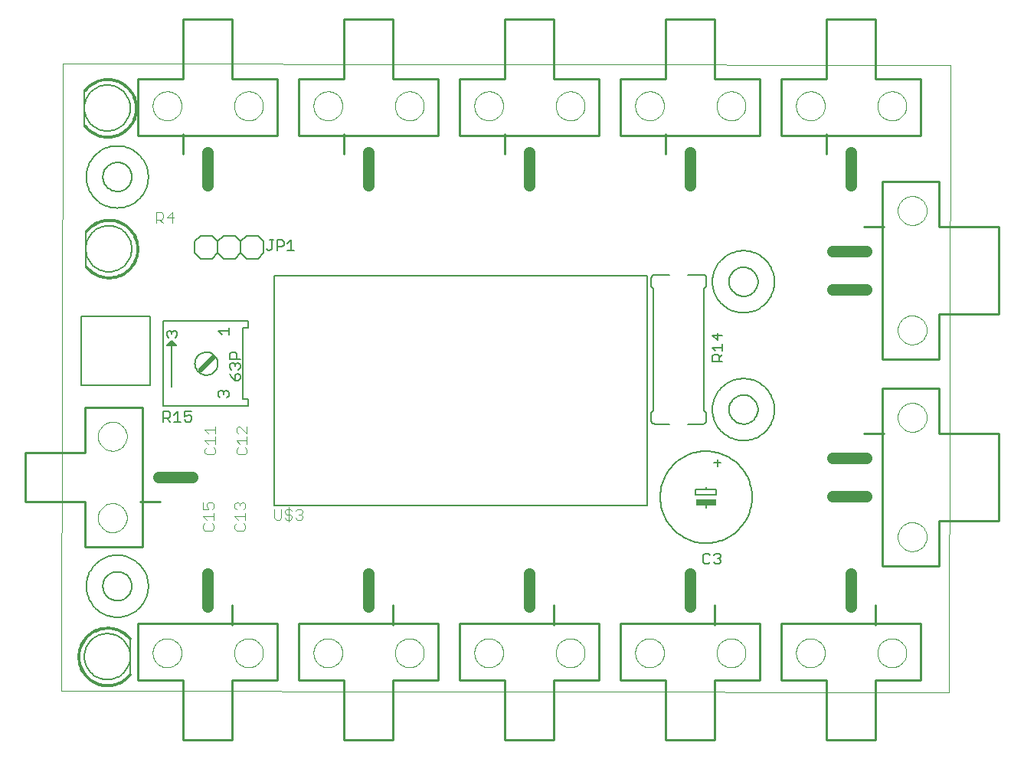
<source format=gto>
G75*
%MOIN*%
%OFA0B0*%
%FSLAX24Y24*%
%IPPOS*%
%LPD*%
%AMOC8*
5,1,8,0,0,1.08239X$1,22.5*
%
%ADD10C,0.0000*%
%ADD11C,0.0060*%
%ADD12R,0.0900X0.0250*%
%ADD13C,0.0050*%
%ADD14C,0.0500*%
%ADD15C,0.0100*%
%ADD16C,0.0040*%
%ADD17C,0.0080*%
%ADD18C,0.0010*%
%ADD19C,0.0240*%
D10*
X001708Y002271D02*
X001771Y029579D01*
X040391Y029517D01*
X040328Y002208D01*
X001708Y002271D01*
X005681Y003930D02*
X005683Y003980D01*
X005689Y004030D01*
X005699Y004079D01*
X005713Y004127D01*
X005730Y004174D01*
X005751Y004219D01*
X005776Y004263D01*
X005804Y004304D01*
X005836Y004343D01*
X005870Y004380D01*
X005907Y004414D01*
X005947Y004444D01*
X005989Y004471D01*
X006033Y004495D01*
X006079Y004516D01*
X006126Y004532D01*
X006174Y004545D01*
X006224Y004554D01*
X006273Y004559D01*
X006324Y004560D01*
X006374Y004557D01*
X006423Y004550D01*
X006472Y004539D01*
X006520Y004524D01*
X006566Y004506D01*
X006611Y004484D01*
X006654Y004458D01*
X006695Y004429D01*
X006734Y004397D01*
X006770Y004362D01*
X006802Y004324D01*
X006832Y004284D01*
X006859Y004241D01*
X006882Y004197D01*
X006901Y004151D01*
X006917Y004103D01*
X006929Y004054D01*
X006937Y004005D01*
X006941Y003955D01*
X006941Y003905D01*
X006937Y003855D01*
X006929Y003806D01*
X006917Y003757D01*
X006901Y003709D01*
X006882Y003663D01*
X006859Y003619D01*
X006832Y003576D01*
X006802Y003536D01*
X006770Y003498D01*
X006734Y003463D01*
X006695Y003431D01*
X006654Y003402D01*
X006611Y003376D01*
X006566Y003354D01*
X006520Y003336D01*
X006472Y003321D01*
X006423Y003310D01*
X006374Y003303D01*
X006324Y003300D01*
X006273Y003301D01*
X006224Y003306D01*
X006174Y003315D01*
X006126Y003328D01*
X006079Y003344D01*
X006033Y003365D01*
X005989Y003389D01*
X005947Y003416D01*
X005907Y003446D01*
X005870Y003480D01*
X005836Y003517D01*
X005804Y003556D01*
X005776Y003597D01*
X005751Y003641D01*
X005730Y003686D01*
X005713Y003733D01*
X005699Y003781D01*
X005689Y003830D01*
X005683Y003880D01*
X005681Y003930D01*
X009225Y003930D02*
X009227Y003980D01*
X009233Y004030D01*
X009243Y004079D01*
X009257Y004127D01*
X009274Y004174D01*
X009295Y004219D01*
X009320Y004263D01*
X009348Y004304D01*
X009380Y004343D01*
X009414Y004380D01*
X009451Y004414D01*
X009491Y004444D01*
X009533Y004471D01*
X009577Y004495D01*
X009623Y004516D01*
X009670Y004532D01*
X009718Y004545D01*
X009768Y004554D01*
X009817Y004559D01*
X009868Y004560D01*
X009918Y004557D01*
X009967Y004550D01*
X010016Y004539D01*
X010064Y004524D01*
X010110Y004506D01*
X010155Y004484D01*
X010198Y004458D01*
X010239Y004429D01*
X010278Y004397D01*
X010314Y004362D01*
X010346Y004324D01*
X010376Y004284D01*
X010403Y004241D01*
X010426Y004197D01*
X010445Y004151D01*
X010461Y004103D01*
X010473Y004054D01*
X010481Y004005D01*
X010485Y003955D01*
X010485Y003905D01*
X010481Y003855D01*
X010473Y003806D01*
X010461Y003757D01*
X010445Y003709D01*
X010426Y003663D01*
X010403Y003619D01*
X010376Y003576D01*
X010346Y003536D01*
X010314Y003498D01*
X010278Y003463D01*
X010239Y003431D01*
X010198Y003402D01*
X010155Y003376D01*
X010110Y003354D01*
X010064Y003336D01*
X010016Y003321D01*
X009967Y003310D01*
X009918Y003303D01*
X009868Y003300D01*
X009817Y003301D01*
X009768Y003306D01*
X009718Y003315D01*
X009670Y003328D01*
X009623Y003344D01*
X009577Y003365D01*
X009533Y003389D01*
X009491Y003416D01*
X009451Y003446D01*
X009414Y003480D01*
X009380Y003517D01*
X009348Y003556D01*
X009320Y003597D01*
X009295Y003641D01*
X009274Y003686D01*
X009257Y003733D01*
X009243Y003781D01*
X009233Y003830D01*
X009227Y003880D01*
X009225Y003930D01*
X012681Y003930D02*
X012683Y003980D01*
X012689Y004030D01*
X012699Y004079D01*
X012713Y004127D01*
X012730Y004174D01*
X012751Y004219D01*
X012776Y004263D01*
X012804Y004304D01*
X012836Y004343D01*
X012870Y004380D01*
X012907Y004414D01*
X012947Y004444D01*
X012989Y004471D01*
X013033Y004495D01*
X013079Y004516D01*
X013126Y004532D01*
X013174Y004545D01*
X013224Y004554D01*
X013273Y004559D01*
X013324Y004560D01*
X013374Y004557D01*
X013423Y004550D01*
X013472Y004539D01*
X013520Y004524D01*
X013566Y004506D01*
X013611Y004484D01*
X013654Y004458D01*
X013695Y004429D01*
X013734Y004397D01*
X013770Y004362D01*
X013802Y004324D01*
X013832Y004284D01*
X013859Y004241D01*
X013882Y004197D01*
X013901Y004151D01*
X013917Y004103D01*
X013929Y004054D01*
X013937Y004005D01*
X013941Y003955D01*
X013941Y003905D01*
X013937Y003855D01*
X013929Y003806D01*
X013917Y003757D01*
X013901Y003709D01*
X013882Y003663D01*
X013859Y003619D01*
X013832Y003576D01*
X013802Y003536D01*
X013770Y003498D01*
X013734Y003463D01*
X013695Y003431D01*
X013654Y003402D01*
X013611Y003376D01*
X013566Y003354D01*
X013520Y003336D01*
X013472Y003321D01*
X013423Y003310D01*
X013374Y003303D01*
X013324Y003300D01*
X013273Y003301D01*
X013224Y003306D01*
X013174Y003315D01*
X013126Y003328D01*
X013079Y003344D01*
X013033Y003365D01*
X012989Y003389D01*
X012947Y003416D01*
X012907Y003446D01*
X012870Y003480D01*
X012836Y003517D01*
X012804Y003556D01*
X012776Y003597D01*
X012751Y003641D01*
X012730Y003686D01*
X012713Y003733D01*
X012699Y003781D01*
X012689Y003830D01*
X012683Y003880D01*
X012681Y003930D01*
X016225Y003930D02*
X016227Y003980D01*
X016233Y004030D01*
X016243Y004079D01*
X016257Y004127D01*
X016274Y004174D01*
X016295Y004219D01*
X016320Y004263D01*
X016348Y004304D01*
X016380Y004343D01*
X016414Y004380D01*
X016451Y004414D01*
X016491Y004444D01*
X016533Y004471D01*
X016577Y004495D01*
X016623Y004516D01*
X016670Y004532D01*
X016718Y004545D01*
X016768Y004554D01*
X016817Y004559D01*
X016868Y004560D01*
X016918Y004557D01*
X016967Y004550D01*
X017016Y004539D01*
X017064Y004524D01*
X017110Y004506D01*
X017155Y004484D01*
X017198Y004458D01*
X017239Y004429D01*
X017278Y004397D01*
X017314Y004362D01*
X017346Y004324D01*
X017376Y004284D01*
X017403Y004241D01*
X017426Y004197D01*
X017445Y004151D01*
X017461Y004103D01*
X017473Y004054D01*
X017481Y004005D01*
X017485Y003955D01*
X017485Y003905D01*
X017481Y003855D01*
X017473Y003806D01*
X017461Y003757D01*
X017445Y003709D01*
X017426Y003663D01*
X017403Y003619D01*
X017376Y003576D01*
X017346Y003536D01*
X017314Y003498D01*
X017278Y003463D01*
X017239Y003431D01*
X017198Y003402D01*
X017155Y003376D01*
X017110Y003354D01*
X017064Y003336D01*
X017016Y003321D01*
X016967Y003310D01*
X016918Y003303D01*
X016868Y003300D01*
X016817Y003301D01*
X016768Y003306D01*
X016718Y003315D01*
X016670Y003328D01*
X016623Y003344D01*
X016577Y003365D01*
X016533Y003389D01*
X016491Y003416D01*
X016451Y003446D01*
X016414Y003480D01*
X016380Y003517D01*
X016348Y003556D01*
X016320Y003597D01*
X016295Y003641D01*
X016274Y003686D01*
X016257Y003733D01*
X016243Y003781D01*
X016233Y003830D01*
X016227Y003880D01*
X016225Y003930D01*
X019681Y003930D02*
X019683Y003980D01*
X019689Y004030D01*
X019699Y004079D01*
X019713Y004127D01*
X019730Y004174D01*
X019751Y004219D01*
X019776Y004263D01*
X019804Y004304D01*
X019836Y004343D01*
X019870Y004380D01*
X019907Y004414D01*
X019947Y004444D01*
X019989Y004471D01*
X020033Y004495D01*
X020079Y004516D01*
X020126Y004532D01*
X020174Y004545D01*
X020224Y004554D01*
X020273Y004559D01*
X020324Y004560D01*
X020374Y004557D01*
X020423Y004550D01*
X020472Y004539D01*
X020520Y004524D01*
X020566Y004506D01*
X020611Y004484D01*
X020654Y004458D01*
X020695Y004429D01*
X020734Y004397D01*
X020770Y004362D01*
X020802Y004324D01*
X020832Y004284D01*
X020859Y004241D01*
X020882Y004197D01*
X020901Y004151D01*
X020917Y004103D01*
X020929Y004054D01*
X020937Y004005D01*
X020941Y003955D01*
X020941Y003905D01*
X020937Y003855D01*
X020929Y003806D01*
X020917Y003757D01*
X020901Y003709D01*
X020882Y003663D01*
X020859Y003619D01*
X020832Y003576D01*
X020802Y003536D01*
X020770Y003498D01*
X020734Y003463D01*
X020695Y003431D01*
X020654Y003402D01*
X020611Y003376D01*
X020566Y003354D01*
X020520Y003336D01*
X020472Y003321D01*
X020423Y003310D01*
X020374Y003303D01*
X020324Y003300D01*
X020273Y003301D01*
X020224Y003306D01*
X020174Y003315D01*
X020126Y003328D01*
X020079Y003344D01*
X020033Y003365D01*
X019989Y003389D01*
X019947Y003416D01*
X019907Y003446D01*
X019870Y003480D01*
X019836Y003517D01*
X019804Y003556D01*
X019776Y003597D01*
X019751Y003641D01*
X019730Y003686D01*
X019713Y003733D01*
X019699Y003781D01*
X019689Y003830D01*
X019683Y003880D01*
X019681Y003930D01*
X023225Y003930D02*
X023227Y003980D01*
X023233Y004030D01*
X023243Y004079D01*
X023257Y004127D01*
X023274Y004174D01*
X023295Y004219D01*
X023320Y004263D01*
X023348Y004304D01*
X023380Y004343D01*
X023414Y004380D01*
X023451Y004414D01*
X023491Y004444D01*
X023533Y004471D01*
X023577Y004495D01*
X023623Y004516D01*
X023670Y004532D01*
X023718Y004545D01*
X023768Y004554D01*
X023817Y004559D01*
X023868Y004560D01*
X023918Y004557D01*
X023967Y004550D01*
X024016Y004539D01*
X024064Y004524D01*
X024110Y004506D01*
X024155Y004484D01*
X024198Y004458D01*
X024239Y004429D01*
X024278Y004397D01*
X024314Y004362D01*
X024346Y004324D01*
X024376Y004284D01*
X024403Y004241D01*
X024426Y004197D01*
X024445Y004151D01*
X024461Y004103D01*
X024473Y004054D01*
X024481Y004005D01*
X024485Y003955D01*
X024485Y003905D01*
X024481Y003855D01*
X024473Y003806D01*
X024461Y003757D01*
X024445Y003709D01*
X024426Y003663D01*
X024403Y003619D01*
X024376Y003576D01*
X024346Y003536D01*
X024314Y003498D01*
X024278Y003463D01*
X024239Y003431D01*
X024198Y003402D01*
X024155Y003376D01*
X024110Y003354D01*
X024064Y003336D01*
X024016Y003321D01*
X023967Y003310D01*
X023918Y003303D01*
X023868Y003300D01*
X023817Y003301D01*
X023768Y003306D01*
X023718Y003315D01*
X023670Y003328D01*
X023623Y003344D01*
X023577Y003365D01*
X023533Y003389D01*
X023491Y003416D01*
X023451Y003446D01*
X023414Y003480D01*
X023380Y003517D01*
X023348Y003556D01*
X023320Y003597D01*
X023295Y003641D01*
X023274Y003686D01*
X023257Y003733D01*
X023243Y003781D01*
X023233Y003830D01*
X023227Y003880D01*
X023225Y003930D01*
X026681Y003930D02*
X026683Y003980D01*
X026689Y004030D01*
X026699Y004079D01*
X026713Y004127D01*
X026730Y004174D01*
X026751Y004219D01*
X026776Y004263D01*
X026804Y004304D01*
X026836Y004343D01*
X026870Y004380D01*
X026907Y004414D01*
X026947Y004444D01*
X026989Y004471D01*
X027033Y004495D01*
X027079Y004516D01*
X027126Y004532D01*
X027174Y004545D01*
X027224Y004554D01*
X027273Y004559D01*
X027324Y004560D01*
X027374Y004557D01*
X027423Y004550D01*
X027472Y004539D01*
X027520Y004524D01*
X027566Y004506D01*
X027611Y004484D01*
X027654Y004458D01*
X027695Y004429D01*
X027734Y004397D01*
X027770Y004362D01*
X027802Y004324D01*
X027832Y004284D01*
X027859Y004241D01*
X027882Y004197D01*
X027901Y004151D01*
X027917Y004103D01*
X027929Y004054D01*
X027937Y004005D01*
X027941Y003955D01*
X027941Y003905D01*
X027937Y003855D01*
X027929Y003806D01*
X027917Y003757D01*
X027901Y003709D01*
X027882Y003663D01*
X027859Y003619D01*
X027832Y003576D01*
X027802Y003536D01*
X027770Y003498D01*
X027734Y003463D01*
X027695Y003431D01*
X027654Y003402D01*
X027611Y003376D01*
X027566Y003354D01*
X027520Y003336D01*
X027472Y003321D01*
X027423Y003310D01*
X027374Y003303D01*
X027324Y003300D01*
X027273Y003301D01*
X027224Y003306D01*
X027174Y003315D01*
X027126Y003328D01*
X027079Y003344D01*
X027033Y003365D01*
X026989Y003389D01*
X026947Y003416D01*
X026907Y003446D01*
X026870Y003480D01*
X026836Y003517D01*
X026804Y003556D01*
X026776Y003597D01*
X026751Y003641D01*
X026730Y003686D01*
X026713Y003733D01*
X026699Y003781D01*
X026689Y003830D01*
X026683Y003880D01*
X026681Y003930D01*
X030225Y003930D02*
X030227Y003980D01*
X030233Y004030D01*
X030243Y004079D01*
X030257Y004127D01*
X030274Y004174D01*
X030295Y004219D01*
X030320Y004263D01*
X030348Y004304D01*
X030380Y004343D01*
X030414Y004380D01*
X030451Y004414D01*
X030491Y004444D01*
X030533Y004471D01*
X030577Y004495D01*
X030623Y004516D01*
X030670Y004532D01*
X030718Y004545D01*
X030768Y004554D01*
X030817Y004559D01*
X030868Y004560D01*
X030918Y004557D01*
X030967Y004550D01*
X031016Y004539D01*
X031064Y004524D01*
X031110Y004506D01*
X031155Y004484D01*
X031198Y004458D01*
X031239Y004429D01*
X031278Y004397D01*
X031314Y004362D01*
X031346Y004324D01*
X031376Y004284D01*
X031403Y004241D01*
X031426Y004197D01*
X031445Y004151D01*
X031461Y004103D01*
X031473Y004054D01*
X031481Y004005D01*
X031485Y003955D01*
X031485Y003905D01*
X031481Y003855D01*
X031473Y003806D01*
X031461Y003757D01*
X031445Y003709D01*
X031426Y003663D01*
X031403Y003619D01*
X031376Y003576D01*
X031346Y003536D01*
X031314Y003498D01*
X031278Y003463D01*
X031239Y003431D01*
X031198Y003402D01*
X031155Y003376D01*
X031110Y003354D01*
X031064Y003336D01*
X031016Y003321D01*
X030967Y003310D01*
X030918Y003303D01*
X030868Y003300D01*
X030817Y003301D01*
X030768Y003306D01*
X030718Y003315D01*
X030670Y003328D01*
X030623Y003344D01*
X030577Y003365D01*
X030533Y003389D01*
X030491Y003416D01*
X030451Y003446D01*
X030414Y003480D01*
X030380Y003517D01*
X030348Y003556D01*
X030320Y003597D01*
X030295Y003641D01*
X030274Y003686D01*
X030257Y003733D01*
X030243Y003781D01*
X030233Y003830D01*
X030227Y003880D01*
X030225Y003930D01*
X033681Y003930D02*
X033683Y003980D01*
X033689Y004030D01*
X033699Y004079D01*
X033713Y004127D01*
X033730Y004174D01*
X033751Y004219D01*
X033776Y004263D01*
X033804Y004304D01*
X033836Y004343D01*
X033870Y004380D01*
X033907Y004414D01*
X033947Y004444D01*
X033989Y004471D01*
X034033Y004495D01*
X034079Y004516D01*
X034126Y004532D01*
X034174Y004545D01*
X034224Y004554D01*
X034273Y004559D01*
X034324Y004560D01*
X034374Y004557D01*
X034423Y004550D01*
X034472Y004539D01*
X034520Y004524D01*
X034566Y004506D01*
X034611Y004484D01*
X034654Y004458D01*
X034695Y004429D01*
X034734Y004397D01*
X034770Y004362D01*
X034802Y004324D01*
X034832Y004284D01*
X034859Y004241D01*
X034882Y004197D01*
X034901Y004151D01*
X034917Y004103D01*
X034929Y004054D01*
X034937Y004005D01*
X034941Y003955D01*
X034941Y003905D01*
X034937Y003855D01*
X034929Y003806D01*
X034917Y003757D01*
X034901Y003709D01*
X034882Y003663D01*
X034859Y003619D01*
X034832Y003576D01*
X034802Y003536D01*
X034770Y003498D01*
X034734Y003463D01*
X034695Y003431D01*
X034654Y003402D01*
X034611Y003376D01*
X034566Y003354D01*
X034520Y003336D01*
X034472Y003321D01*
X034423Y003310D01*
X034374Y003303D01*
X034324Y003300D01*
X034273Y003301D01*
X034224Y003306D01*
X034174Y003315D01*
X034126Y003328D01*
X034079Y003344D01*
X034033Y003365D01*
X033989Y003389D01*
X033947Y003416D01*
X033907Y003446D01*
X033870Y003480D01*
X033836Y003517D01*
X033804Y003556D01*
X033776Y003597D01*
X033751Y003641D01*
X033730Y003686D01*
X033713Y003733D01*
X033699Y003781D01*
X033689Y003830D01*
X033683Y003880D01*
X033681Y003930D01*
X037225Y003930D02*
X037227Y003980D01*
X037233Y004030D01*
X037243Y004079D01*
X037257Y004127D01*
X037274Y004174D01*
X037295Y004219D01*
X037320Y004263D01*
X037348Y004304D01*
X037380Y004343D01*
X037414Y004380D01*
X037451Y004414D01*
X037491Y004444D01*
X037533Y004471D01*
X037577Y004495D01*
X037623Y004516D01*
X037670Y004532D01*
X037718Y004545D01*
X037768Y004554D01*
X037817Y004559D01*
X037868Y004560D01*
X037918Y004557D01*
X037967Y004550D01*
X038016Y004539D01*
X038064Y004524D01*
X038110Y004506D01*
X038155Y004484D01*
X038198Y004458D01*
X038239Y004429D01*
X038278Y004397D01*
X038314Y004362D01*
X038346Y004324D01*
X038376Y004284D01*
X038403Y004241D01*
X038426Y004197D01*
X038445Y004151D01*
X038461Y004103D01*
X038473Y004054D01*
X038481Y004005D01*
X038485Y003955D01*
X038485Y003905D01*
X038481Y003855D01*
X038473Y003806D01*
X038461Y003757D01*
X038445Y003709D01*
X038426Y003663D01*
X038403Y003619D01*
X038376Y003576D01*
X038346Y003536D01*
X038314Y003498D01*
X038278Y003463D01*
X038239Y003431D01*
X038198Y003402D01*
X038155Y003376D01*
X038110Y003354D01*
X038064Y003336D01*
X038016Y003321D01*
X037967Y003310D01*
X037918Y003303D01*
X037868Y003300D01*
X037817Y003301D01*
X037768Y003306D01*
X037718Y003315D01*
X037670Y003328D01*
X037623Y003344D01*
X037577Y003365D01*
X037533Y003389D01*
X037491Y003416D01*
X037451Y003446D01*
X037414Y003480D01*
X037380Y003517D01*
X037348Y003556D01*
X037320Y003597D01*
X037295Y003641D01*
X037274Y003686D01*
X037257Y003733D01*
X037243Y003781D01*
X037233Y003830D01*
X037227Y003880D01*
X037225Y003930D01*
X038107Y008985D02*
X038109Y009035D01*
X038115Y009085D01*
X038125Y009134D01*
X038139Y009182D01*
X038156Y009229D01*
X038177Y009274D01*
X038202Y009318D01*
X038230Y009359D01*
X038262Y009398D01*
X038296Y009435D01*
X038333Y009469D01*
X038373Y009499D01*
X038415Y009526D01*
X038459Y009550D01*
X038505Y009571D01*
X038552Y009587D01*
X038600Y009600D01*
X038650Y009609D01*
X038699Y009614D01*
X038750Y009615D01*
X038800Y009612D01*
X038849Y009605D01*
X038898Y009594D01*
X038946Y009579D01*
X038992Y009561D01*
X039037Y009539D01*
X039080Y009513D01*
X039121Y009484D01*
X039160Y009452D01*
X039196Y009417D01*
X039228Y009379D01*
X039258Y009339D01*
X039285Y009296D01*
X039308Y009252D01*
X039327Y009206D01*
X039343Y009158D01*
X039355Y009109D01*
X039363Y009060D01*
X039367Y009010D01*
X039367Y008960D01*
X039363Y008910D01*
X039355Y008861D01*
X039343Y008812D01*
X039327Y008764D01*
X039308Y008718D01*
X039285Y008674D01*
X039258Y008631D01*
X039228Y008591D01*
X039196Y008553D01*
X039160Y008518D01*
X039121Y008486D01*
X039080Y008457D01*
X039037Y008431D01*
X038992Y008409D01*
X038946Y008391D01*
X038898Y008376D01*
X038849Y008365D01*
X038800Y008358D01*
X038750Y008355D01*
X038699Y008356D01*
X038650Y008361D01*
X038600Y008370D01*
X038552Y008383D01*
X038505Y008399D01*
X038459Y008420D01*
X038415Y008444D01*
X038373Y008471D01*
X038333Y008501D01*
X038296Y008535D01*
X038262Y008572D01*
X038230Y008611D01*
X038202Y008652D01*
X038177Y008696D01*
X038156Y008741D01*
X038139Y008788D01*
X038125Y008836D01*
X038115Y008885D01*
X038109Y008935D01*
X038107Y008985D01*
X038107Y014181D02*
X038109Y014231D01*
X038115Y014281D01*
X038125Y014330D01*
X038139Y014378D01*
X038156Y014425D01*
X038177Y014470D01*
X038202Y014514D01*
X038230Y014555D01*
X038262Y014594D01*
X038296Y014631D01*
X038333Y014665D01*
X038373Y014695D01*
X038415Y014722D01*
X038459Y014746D01*
X038505Y014767D01*
X038552Y014783D01*
X038600Y014796D01*
X038650Y014805D01*
X038699Y014810D01*
X038750Y014811D01*
X038800Y014808D01*
X038849Y014801D01*
X038898Y014790D01*
X038946Y014775D01*
X038992Y014757D01*
X039037Y014735D01*
X039080Y014709D01*
X039121Y014680D01*
X039160Y014648D01*
X039196Y014613D01*
X039228Y014575D01*
X039258Y014535D01*
X039285Y014492D01*
X039308Y014448D01*
X039327Y014402D01*
X039343Y014354D01*
X039355Y014305D01*
X039363Y014256D01*
X039367Y014206D01*
X039367Y014156D01*
X039363Y014106D01*
X039355Y014057D01*
X039343Y014008D01*
X039327Y013960D01*
X039308Y013914D01*
X039285Y013870D01*
X039258Y013827D01*
X039228Y013787D01*
X039196Y013749D01*
X039160Y013714D01*
X039121Y013682D01*
X039080Y013653D01*
X039037Y013627D01*
X038992Y013605D01*
X038946Y013587D01*
X038898Y013572D01*
X038849Y013561D01*
X038800Y013554D01*
X038750Y013551D01*
X038699Y013552D01*
X038650Y013557D01*
X038600Y013566D01*
X038552Y013579D01*
X038505Y013595D01*
X038459Y013616D01*
X038415Y013640D01*
X038373Y013667D01*
X038333Y013697D01*
X038296Y013731D01*
X038262Y013768D01*
X038230Y013807D01*
X038202Y013848D01*
X038177Y013892D01*
X038156Y013937D01*
X038139Y013984D01*
X038125Y014032D01*
X038115Y014081D01*
X038109Y014131D01*
X038107Y014181D01*
X038107Y017985D02*
X038109Y018035D01*
X038115Y018085D01*
X038125Y018134D01*
X038139Y018182D01*
X038156Y018229D01*
X038177Y018274D01*
X038202Y018318D01*
X038230Y018359D01*
X038262Y018398D01*
X038296Y018435D01*
X038333Y018469D01*
X038373Y018499D01*
X038415Y018526D01*
X038459Y018550D01*
X038505Y018571D01*
X038552Y018587D01*
X038600Y018600D01*
X038650Y018609D01*
X038699Y018614D01*
X038750Y018615D01*
X038800Y018612D01*
X038849Y018605D01*
X038898Y018594D01*
X038946Y018579D01*
X038992Y018561D01*
X039037Y018539D01*
X039080Y018513D01*
X039121Y018484D01*
X039160Y018452D01*
X039196Y018417D01*
X039228Y018379D01*
X039258Y018339D01*
X039285Y018296D01*
X039308Y018252D01*
X039327Y018206D01*
X039343Y018158D01*
X039355Y018109D01*
X039363Y018060D01*
X039367Y018010D01*
X039367Y017960D01*
X039363Y017910D01*
X039355Y017861D01*
X039343Y017812D01*
X039327Y017764D01*
X039308Y017718D01*
X039285Y017674D01*
X039258Y017631D01*
X039228Y017591D01*
X039196Y017553D01*
X039160Y017518D01*
X039121Y017486D01*
X039080Y017457D01*
X039037Y017431D01*
X038992Y017409D01*
X038946Y017391D01*
X038898Y017376D01*
X038849Y017365D01*
X038800Y017358D01*
X038750Y017355D01*
X038699Y017356D01*
X038650Y017361D01*
X038600Y017370D01*
X038552Y017383D01*
X038505Y017399D01*
X038459Y017420D01*
X038415Y017444D01*
X038373Y017471D01*
X038333Y017501D01*
X038296Y017535D01*
X038262Y017572D01*
X038230Y017611D01*
X038202Y017652D01*
X038177Y017696D01*
X038156Y017741D01*
X038139Y017788D01*
X038125Y017836D01*
X038115Y017885D01*
X038109Y017935D01*
X038107Y017985D01*
X038107Y023181D02*
X038109Y023231D01*
X038115Y023281D01*
X038125Y023330D01*
X038139Y023378D01*
X038156Y023425D01*
X038177Y023470D01*
X038202Y023514D01*
X038230Y023555D01*
X038262Y023594D01*
X038296Y023631D01*
X038333Y023665D01*
X038373Y023695D01*
X038415Y023722D01*
X038459Y023746D01*
X038505Y023767D01*
X038552Y023783D01*
X038600Y023796D01*
X038650Y023805D01*
X038699Y023810D01*
X038750Y023811D01*
X038800Y023808D01*
X038849Y023801D01*
X038898Y023790D01*
X038946Y023775D01*
X038992Y023757D01*
X039037Y023735D01*
X039080Y023709D01*
X039121Y023680D01*
X039160Y023648D01*
X039196Y023613D01*
X039228Y023575D01*
X039258Y023535D01*
X039285Y023492D01*
X039308Y023448D01*
X039327Y023402D01*
X039343Y023354D01*
X039355Y023305D01*
X039363Y023256D01*
X039367Y023206D01*
X039367Y023156D01*
X039363Y023106D01*
X039355Y023057D01*
X039343Y023008D01*
X039327Y022960D01*
X039308Y022914D01*
X039285Y022870D01*
X039258Y022827D01*
X039228Y022787D01*
X039196Y022749D01*
X039160Y022714D01*
X039121Y022682D01*
X039080Y022653D01*
X039037Y022627D01*
X038992Y022605D01*
X038946Y022587D01*
X038898Y022572D01*
X038849Y022561D01*
X038800Y022554D01*
X038750Y022551D01*
X038699Y022552D01*
X038650Y022557D01*
X038600Y022566D01*
X038552Y022579D01*
X038505Y022595D01*
X038459Y022616D01*
X038415Y022640D01*
X038373Y022667D01*
X038333Y022697D01*
X038296Y022731D01*
X038262Y022768D01*
X038230Y022807D01*
X038202Y022848D01*
X038177Y022892D01*
X038156Y022937D01*
X038139Y022984D01*
X038125Y023032D01*
X038115Y023081D01*
X038109Y023131D01*
X038107Y023181D01*
X037225Y027737D02*
X037227Y027787D01*
X037233Y027837D01*
X037243Y027886D01*
X037257Y027934D01*
X037274Y027981D01*
X037295Y028026D01*
X037320Y028070D01*
X037348Y028111D01*
X037380Y028150D01*
X037414Y028187D01*
X037451Y028221D01*
X037491Y028251D01*
X037533Y028278D01*
X037577Y028302D01*
X037623Y028323D01*
X037670Y028339D01*
X037718Y028352D01*
X037768Y028361D01*
X037817Y028366D01*
X037868Y028367D01*
X037918Y028364D01*
X037967Y028357D01*
X038016Y028346D01*
X038064Y028331D01*
X038110Y028313D01*
X038155Y028291D01*
X038198Y028265D01*
X038239Y028236D01*
X038278Y028204D01*
X038314Y028169D01*
X038346Y028131D01*
X038376Y028091D01*
X038403Y028048D01*
X038426Y028004D01*
X038445Y027958D01*
X038461Y027910D01*
X038473Y027861D01*
X038481Y027812D01*
X038485Y027762D01*
X038485Y027712D01*
X038481Y027662D01*
X038473Y027613D01*
X038461Y027564D01*
X038445Y027516D01*
X038426Y027470D01*
X038403Y027426D01*
X038376Y027383D01*
X038346Y027343D01*
X038314Y027305D01*
X038278Y027270D01*
X038239Y027238D01*
X038198Y027209D01*
X038155Y027183D01*
X038110Y027161D01*
X038064Y027143D01*
X038016Y027128D01*
X037967Y027117D01*
X037918Y027110D01*
X037868Y027107D01*
X037817Y027108D01*
X037768Y027113D01*
X037718Y027122D01*
X037670Y027135D01*
X037623Y027151D01*
X037577Y027172D01*
X037533Y027196D01*
X037491Y027223D01*
X037451Y027253D01*
X037414Y027287D01*
X037380Y027324D01*
X037348Y027363D01*
X037320Y027404D01*
X037295Y027448D01*
X037274Y027493D01*
X037257Y027540D01*
X037243Y027588D01*
X037233Y027637D01*
X037227Y027687D01*
X037225Y027737D01*
X033681Y027737D02*
X033683Y027787D01*
X033689Y027837D01*
X033699Y027886D01*
X033713Y027934D01*
X033730Y027981D01*
X033751Y028026D01*
X033776Y028070D01*
X033804Y028111D01*
X033836Y028150D01*
X033870Y028187D01*
X033907Y028221D01*
X033947Y028251D01*
X033989Y028278D01*
X034033Y028302D01*
X034079Y028323D01*
X034126Y028339D01*
X034174Y028352D01*
X034224Y028361D01*
X034273Y028366D01*
X034324Y028367D01*
X034374Y028364D01*
X034423Y028357D01*
X034472Y028346D01*
X034520Y028331D01*
X034566Y028313D01*
X034611Y028291D01*
X034654Y028265D01*
X034695Y028236D01*
X034734Y028204D01*
X034770Y028169D01*
X034802Y028131D01*
X034832Y028091D01*
X034859Y028048D01*
X034882Y028004D01*
X034901Y027958D01*
X034917Y027910D01*
X034929Y027861D01*
X034937Y027812D01*
X034941Y027762D01*
X034941Y027712D01*
X034937Y027662D01*
X034929Y027613D01*
X034917Y027564D01*
X034901Y027516D01*
X034882Y027470D01*
X034859Y027426D01*
X034832Y027383D01*
X034802Y027343D01*
X034770Y027305D01*
X034734Y027270D01*
X034695Y027238D01*
X034654Y027209D01*
X034611Y027183D01*
X034566Y027161D01*
X034520Y027143D01*
X034472Y027128D01*
X034423Y027117D01*
X034374Y027110D01*
X034324Y027107D01*
X034273Y027108D01*
X034224Y027113D01*
X034174Y027122D01*
X034126Y027135D01*
X034079Y027151D01*
X034033Y027172D01*
X033989Y027196D01*
X033947Y027223D01*
X033907Y027253D01*
X033870Y027287D01*
X033836Y027324D01*
X033804Y027363D01*
X033776Y027404D01*
X033751Y027448D01*
X033730Y027493D01*
X033713Y027540D01*
X033699Y027588D01*
X033689Y027637D01*
X033683Y027687D01*
X033681Y027737D01*
X030225Y027737D02*
X030227Y027787D01*
X030233Y027837D01*
X030243Y027886D01*
X030257Y027934D01*
X030274Y027981D01*
X030295Y028026D01*
X030320Y028070D01*
X030348Y028111D01*
X030380Y028150D01*
X030414Y028187D01*
X030451Y028221D01*
X030491Y028251D01*
X030533Y028278D01*
X030577Y028302D01*
X030623Y028323D01*
X030670Y028339D01*
X030718Y028352D01*
X030768Y028361D01*
X030817Y028366D01*
X030868Y028367D01*
X030918Y028364D01*
X030967Y028357D01*
X031016Y028346D01*
X031064Y028331D01*
X031110Y028313D01*
X031155Y028291D01*
X031198Y028265D01*
X031239Y028236D01*
X031278Y028204D01*
X031314Y028169D01*
X031346Y028131D01*
X031376Y028091D01*
X031403Y028048D01*
X031426Y028004D01*
X031445Y027958D01*
X031461Y027910D01*
X031473Y027861D01*
X031481Y027812D01*
X031485Y027762D01*
X031485Y027712D01*
X031481Y027662D01*
X031473Y027613D01*
X031461Y027564D01*
X031445Y027516D01*
X031426Y027470D01*
X031403Y027426D01*
X031376Y027383D01*
X031346Y027343D01*
X031314Y027305D01*
X031278Y027270D01*
X031239Y027238D01*
X031198Y027209D01*
X031155Y027183D01*
X031110Y027161D01*
X031064Y027143D01*
X031016Y027128D01*
X030967Y027117D01*
X030918Y027110D01*
X030868Y027107D01*
X030817Y027108D01*
X030768Y027113D01*
X030718Y027122D01*
X030670Y027135D01*
X030623Y027151D01*
X030577Y027172D01*
X030533Y027196D01*
X030491Y027223D01*
X030451Y027253D01*
X030414Y027287D01*
X030380Y027324D01*
X030348Y027363D01*
X030320Y027404D01*
X030295Y027448D01*
X030274Y027493D01*
X030257Y027540D01*
X030243Y027588D01*
X030233Y027637D01*
X030227Y027687D01*
X030225Y027737D01*
X026681Y027737D02*
X026683Y027787D01*
X026689Y027837D01*
X026699Y027886D01*
X026713Y027934D01*
X026730Y027981D01*
X026751Y028026D01*
X026776Y028070D01*
X026804Y028111D01*
X026836Y028150D01*
X026870Y028187D01*
X026907Y028221D01*
X026947Y028251D01*
X026989Y028278D01*
X027033Y028302D01*
X027079Y028323D01*
X027126Y028339D01*
X027174Y028352D01*
X027224Y028361D01*
X027273Y028366D01*
X027324Y028367D01*
X027374Y028364D01*
X027423Y028357D01*
X027472Y028346D01*
X027520Y028331D01*
X027566Y028313D01*
X027611Y028291D01*
X027654Y028265D01*
X027695Y028236D01*
X027734Y028204D01*
X027770Y028169D01*
X027802Y028131D01*
X027832Y028091D01*
X027859Y028048D01*
X027882Y028004D01*
X027901Y027958D01*
X027917Y027910D01*
X027929Y027861D01*
X027937Y027812D01*
X027941Y027762D01*
X027941Y027712D01*
X027937Y027662D01*
X027929Y027613D01*
X027917Y027564D01*
X027901Y027516D01*
X027882Y027470D01*
X027859Y027426D01*
X027832Y027383D01*
X027802Y027343D01*
X027770Y027305D01*
X027734Y027270D01*
X027695Y027238D01*
X027654Y027209D01*
X027611Y027183D01*
X027566Y027161D01*
X027520Y027143D01*
X027472Y027128D01*
X027423Y027117D01*
X027374Y027110D01*
X027324Y027107D01*
X027273Y027108D01*
X027224Y027113D01*
X027174Y027122D01*
X027126Y027135D01*
X027079Y027151D01*
X027033Y027172D01*
X026989Y027196D01*
X026947Y027223D01*
X026907Y027253D01*
X026870Y027287D01*
X026836Y027324D01*
X026804Y027363D01*
X026776Y027404D01*
X026751Y027448D01*
X026730Y027493D01*
X026713Y027540D01*
X026699Y027588D01*
X026689Y027637D01*
X026683Y027687D01*
X026681Y027737D01*
X023225Y027737D02*
X023227Y027787D01*
X023233Y027837D01*
X023243Y027886D01*
X023257Y027934D01*
X023274Y027981D01*
X023295Y028026D01*
X023320Y028070D01*
X023348Y028111D01*
X023380Y028150D01*
X023414Y028187D01*
X023451Y028221D01*
X023491Y028251D01*
X023533Y028278D01*
X023577Y028302D01*
X023623Y028323D01*
X023670Y028339D01*
X023718Y028352D01*
X023768Y028361D01*
X023817Y028366D01*
X023868Y028367D01*
X023918Y028364D01*
X023967Y028357D01*
X024016Y028346D01*
X024064Y028331D01*
X024110Y028313D01*
X024155Y028291D01*
X024198Y028265D01*
X024239Y028236D01*
X024278Y028204D01*
X024314Y028169D01*
X024346Y028131D01*
X024376Y028091D01*
X024403Y028048D01*
X024426Y028004D01*
X024445Y027958D01*
X024461Y027910D01*
X024473Y027861D01*
X024481Y027812D01*
X024485Y027762D01*
X024485Y027712D01*
X024481Y027662D01*
X024473Y027613D01*
X024461Y027564D01*
X024445Y027516D01*
X024426Y027470D01*
X024403Y027426D01*
X024376Y027383D01*
X024346Y027343D01*
X024314Y027305D01*
X024278Y027270D01*
X024239Y027238D01*
X024198Y027209D01*
X024155Y027183D01*
X024110Y027161D01*
X024064Y027143D01*
X024016Y027128D01*
X023967Y027117D01*
X023918Y027110D01*
X023868Y027107D01*
X023817Y027108D01*
X023768Y027113D01*
X023718Y027122D01*
X023670Y027135D01*
X023623Y027151D01*
X023577Y027172D01*
X023533Y027196D01*
X023491Y027223D01*
X023451Y027253D01*
X023414Y027287D01*
X023380Y027324D01*
X023348Y027363D01*
X023320Y027404D01*
X023295Y027448D01*
X023274Y027493D01*
X023257Y027540D01*
X023243Y027588D01*
X023233Y027637D01*
X023227Y027687D01*
X023225Y027737D01*
X019681Y027737D02*
X019683Y027787D01*
X019689Y027837D01*
X019699Y027886D01*
X019713Y027934D01*
X019730Y027981D01*
X019751Y028026D01*
X019776Y028070D01*
X019804Y028111D01*
X019836Y028150D01*
X019870Y028187D01*
X019907Y028221D01*
X019947Y028251D01*
X019989Y028278D01*
X020033Y028302D01*
X020079Y028323D01*
X020126Y028339D01*
X020174Y028352D01*
X020224Y028361D01*
X020273Y028366D01*
X020324Y028367D01*
X020374Y028364D01*
X020423Y028357D01*
X020472Y028346D01*
X020520Y028331D01*
X020566Y028313D01*
X020611Y028291D01*
X020654Y028265D01*
X020695Y028236D01*
X020734Y028204D01*
X020770Y028169D01*
X020802Y028131D01*
X020832Y028091D01*
X020859Y028048D01*
X020882Y028004D01*
X020901Y027958D01*
X020917Y027910D01*
X020929Y027861D01*
X020937Y027812D01*
X020941Y027762D01*
X020941Y027712D01*
X020937Y027662D01*
X020929Y027613D01*
X020917Y027564D01*
X020901Y027516D01*
X020882Y027470D01*
X020859Y027426D01*
X020832Y027383D01*
X020802Y027343D01*
X020770Y027305D01*
X020734Y027270D01*
X020695Y027238D01*
X020654Y027209D01*
X020611Y027183D01*
X020566Y027161D01*
X020520Y027143D01*
X020472Y027128D01*
X020423Y027117D01*
X020374Y027110D01*
X020324Y027107D01*
X020273Y027108D01*
X020224Y027113D01*
X020174Y027122D01*
X020126Y027135D01*
X020079Y027151D01*
X020033Y027172D01*
X019989Y027196D01*
X019947Y027223D01*
X019907Y027253D01*
X019870Y027287D01*
X019836Y027324D01*
X019804Y027363D01*
X019776Y027404D01*
X019751Y027448D01*
X019730Y027493D01*
X019713Y027540D01*
X019699Y027588D01*
X019689Y027637D01*
X019683Y027687D01*
X019681Y027737D01*
X016225Y027737D02*
X016227Y027787D01*
X016233Y027837D01*
X016243Y027886D01*
X016257Y027934D01*
X016274Y027981D01*
X016295Y028026D01*
X016320Y028070D01*
X016348Y028111D01*
X016380Y028150D01*
X016414Y028187D01*
X016451Y028221D01*
X016491Y028251D01*
X016533Y028278D01*
X016577Y028302D01*
X016623Y028323D01*
X016670Y028339D01*
X016718Y028352D01*
X016768Y028361D01*
X016817Y028366D01*
X016868Y028367D01*
X016918Y028364D01*
X016967Y028357D01*
X017016Y028346D01*
X017064Y028331D01*
X017110Y028313D01*
X017155Y028291D01*
X017198Y028265D01*
X017239Y028236D01*
X017278Y028204D01*
X017314Y028169D01*
X017346Y028131D01*
X017376Y028091D01*
X017403Y028048D01*
X017426Y028004D01*
X017445Y027958D01*
X017461Y027910D01*
X017473Y027861D01*
X017481Y027812D01*
X017485Y027762D01*
X017485Y027712D01*
X017481Y027662D01*
X017473Y027613D01*
X017461Y027564D01*
X017445Y027516D01*
X017426Y027470D01*
X017403Y027426D01*
X017376Y027383D01*
X017346Y027343D01*
X017314Y027305D01*
X017278Y027270D01*
X017239Y027238D01*
X017198Y027209D01*
X017155Y027183D01*
X017110Y027161D01*
X017064Y027143D01*
X017016Y027128D01*
X016967Y027117D01*
X016918Y027110D01*
X016868Y027107D01*
X016817Y027108D01*
X016768Y027113D01*
X016718Y027122D01*
X016670Y027135D01*
X016623Y027151D01*
X016577Y027172D01*
X016533Y027196D01*
X016491Y027223D01*
X016451Y027253D01*
X016414Y027287D01*
X016380Y027324D01*
X016348Y027363D01*
X016320Y027404D01*
X016295Y027448D01*
X016274Y027493D01*
X016257Y027540D01*
X016243Y027588D01*
X016233Y027637D01*
X016227Y027687D01*
X016225Y027737D01*
X012681Y027737D02*
X012683Y027787D01*
X012689Y027837D01*
X012699Y027886D01*
X012713Y027934D01*
X012730Y027981D01*
X012751Y028026D01*
X012776Y028070D01*
X012804Y028111D01*
X012836Y028150D01*
X012870Y028187D01*
X012907Y028221D01*
X012947Y028251D01*
X012989Y028278D01*
X013033Y028302D01*
X013079Y028323D01*
X013126Y028339D01*
X013174Y028352D01*
X013224Y028361D01*
X013273Y028366D01*
X013324Y028367D01*
X013374Y028364D01*
X013423Y028357D01*
X013472Y028346D01*
X013520Y028331D01*
X013566Y028313D01*
X013611Y028291D01*
X013654Y028265D01*
X013695Y028236D01*
X013734Y028204D01*
X013770Y028169D01*
X013802Y028131D01*
X013832Y028091D01*
X013859Y028048D01*
X013882Y028004D01*
X013901Y027958D01*
X013917Y027910D01*
X013929Y027861D01*
X013937Y027812D01*
X013941Y027762D01*
X013941Y027712D01*
X013937Y027662D01*
X013929Y027613D01*
X013917Y027564D01*
X013901Y027516D01*
X013882Y027470D01*
X013859Y027426D01*
X013832Y027383D01*
X013802Y027343D01*
X013770Y027305D01*
X013734Y027270D01*
X013695Y027238D01*
X013654Y027209D01*
X013611Y027183D01*
X013566Y027161D01*
X013520Y027143D01*
X013472Y027128D01*
X013423Y027117D01*
X013374Y027110D01*
X013324Y027107D01*
X013273Y027108D01*
X013224Y027113D01*
X013174Y027122D01*
X013126Y027135D01*
X013079Y027151D01*
X013033Y027172D01*
X012989Y027196D01*
X012947Y027223D01*
X012907Y027253D01*
X012870Y027287D01*
X012836Y027324D01*
X012804Y027363D01*
X012776Y027404D01*
X012751Y027448D01*
X012730Y027493D01*
X012713Y027540D01*
X012699Y027588D01*
X012689Y027637D01*
X012683Y027687D01*
X012681Y027737D01*
X009225Y027737D02*
X009227Y027787D01*
X009233Y027837D01*
X009243Y027886D01*
X009257Y027934D01*
X009274Y027981D01*
X009295Y028026D01*
X009320Y028070D01*
X009348Y028111D01*
X009380Y028150D01*
X009414Y028187D01*
X009451Y028221D01*
X009491Y028251D01*
X009533Y028278D01*
X009577Y028302D01*
X009623Y028323D01*
X009670Y028339D01*
X009718Y028352D01*
X009768Y028361D01*
X009817Y028366D01*
X009868Y028367D01*
X009918Y028364D01*
X009967Y028357D01*
X010016Y028346D01*
X010064Y028331D01*
X010110Y028313D01*
X010155Y028291D01*
X010198Y028265D01*
X010239Y028236D01*
X010278Y028204D01*
X010314Y028169D01*
X010346Y028131D01*
X010376Y028091D01*
X010403Y028048D01*
X010426Y028004D01*
X010445Y027958D01*
X010461Y027910D01*
X010473Y027861D01*
X010481Y027812D01*
X010485Y027762D01*
X010485Y027712D01*
X010481Y027662D01*
X010473Y027613D01*
X010461Y027564D01*
X010445Y027516D01*
X010426Y027470D01*
X010403Y027426D01*
X010376Y027383D01*
X010346Y027343D01*
X010314Y027305D01*
X010278Y027270D01*
X010239Y027238D01*
X010198Y027209D01*
X010155Y027183D01*
X010110Y027161D01*
X010064Y027143D01*
X010016Y027128D01*
X009967Y027117D01*
X009918Y027110D01*
X009868Y027107D01*
X009817Y027108D01*
X009768Y027113D01*
X009718Y027122D01*
X009670Y027135D01*
X009623Y027151D01*
X009577Y027172D01*
X009533Y027196D01*
X009491Y027223D01*
X009451Y027253D01*
X009414Y027287D01*
X009380Y027324D01*
X009348Y027363D01*
X009320Y027404D01*
X009295Y027448D01*
X009274Y027493D01*
X009257Y027540D01*
X009243Y027588D01*
X009233Y027637D01*
X009227Y027687D01*
X009225Y027737D01*
X005681Y027737D02*
X005683Y027787D01*
X005689Y027837D01*
X005699Y027886D01*
X005713Y027934D01*
X005730Y027981D01*
X005751Y028026D01*
X005776Y028070D01*
X005804Y028111D01*
X005836Y028150D01*
X005870Y028187D01*
X005907Y028221D01*
X005947Y028251D01*
X005989Y028278D01*
X006033Y028302D01*
X006079Y028323D01*
X006126Y028339D01*
X006174Y028352D01*
X006224Y028361D01*
X006273Y028366D01*
X006324Y028367D01*
X006374Y028364D01*
X006423Y028357D01*
X006472Y028346D01*
X006520Y028331D01*
X006566Y028313D01*
X006611Y028291D01*
X006654Y028265D01*
X006695Y028236D01*
X006734Y028204D01*
X006770Y028169D01*
X006802Y028131D01*
X006832Y028091D01*
X006859Y028048D01*
X006882Y028004D01*
X006901Y027958D01*
X006917Y027910D01*
X006929Y027861D01*
X006937Y027812D01*
X006941Y027762D01*
X006941Y027712D01*
X006937Y027662D01*
X006929Y027613D01*
X006917Y027564D01*
X006901Y027516D01*
X006882Y027470D01*
X006859Y027426D01*
X006832Y027383D01*
X006802Y027343D01*
X006770Y027305D01*
X006734Y027270D01*
X006695Y027238D01*
X006654Y027209D01*
X006611Y027183D01*
X006566Y027161D01*
X006520Y027143D01*
X006472Y027128D01*
X006423Y027117D01*
X006374Y027110D01*
X006324Y027107D01*
X006273Y027108D01*
X006224Y027113D01*
X006174Y027122D01*
X006126Y027135D01*
X006079Y027151D01*
X006033Y027172D01*
X005989Y027196D01*
X005947Y027223D01*
X005907Y027253D01*
X005870Y027287D01*
X005836Y027324D01*
X005804Y027363D01*
X005776Y027404D01*
X005751Y027448D01*
X005730Y027493D01*
X005713Y027540D01*
X005699Y027588D01*
X005689Y027637D01*
X005683Y027687D01*
X005681Y027737D01*
X003300Y013355D02*
X003302Y013405D01*
X003308Y013455D01*
X003318Y013504D01*
X003332Y013552D01*
X003349Y013599D01*
X003370Y013644D01*
X003395Y013688D01*
X003423Y013729D01*
X003455Y013768D01*
X003489Y013805D01*
X003526Y013839D01*
X003566Y013869D01*
X003608Y013896D01*
X003652Y013920D01*
X003698Y013941D01*
X003745Y013957D01*
X003793Y013970D01*
X003843Y013979D01*
X003892Y013984D01*
X003943Y013985D01*
X003993Y013982D01*
X004042Y013975D01*
X004091Y013964D01*
X004139Y013949D01*
X004185Y013931D01*
X004230Y013909D01*
X004273Y013883D01*
X004314Y013854D01*
X004353Y013822D01*
X004389Y013787D01*
X004421Y013749D01*
X004451Y013709D01*
X004478Y013666D01*
X004501Y013622D01*
X004520Y013576D01*
X004536Y013528D01*
X004548Y013479D01*
X004556Y013430D01*
X004560Y013380D01*
X004560Y013330D01*
X004556Y013280D01*
X004548Y013231D01*
X004536Y013182D01*
X004520Y013134D01*
X004501Y013088D01*
X004478Y013044D01*
X004451Y013001D01*
X004421Y012961D01*
X004389Y012923D01*
X004353Y012888D01*
X004314Y012856D01*
X004273Y012827D01*
X004230Y012801D01*
X004185Y012779D01*
X004139Y012761D01*
X004091Y012746D01*
X004042Y012735D01*
X003993Y012728D01*
X003943Y012725D01*
X003892Y012726D01*
X003843Y012731D01*
X003793Y012740D01*
X003745Y012753D01*
X003698Y012769D01*
X003652Y012790D01*
X003608Y012814D01*
X003566Y012841D01*
X003526Y012871D01*
X003489Y012905D01*
X003455Y012942D01*
X003423Y012981D01*
X003395Y013022D01*
X003370Y013066D01*
X003349Y013111D01*
X003332Y013158D01*
X003318Y013206D01*
X003308Y013255D01*
X003302Y013305D01*
X003300Y013355D01*
X003300Y009811D02*
X003302Y009861D01*
X003308Y009911D01*
X003318Y009960D01*
X003332Y010008D01*
X003349Y010055D01*
X003370Y010100D01*
X003395Y010144D01*
X003423Y010185D01*
X003455Y010224D01*
X003489Y010261D01*
X003526Y010295D01*
X003566Y010325D01*
X003608Y010352D01*
X003652Y010376D01*
X003698Y010397D01*
X003745Y010413D01*
X003793Y010426D01*
X003843Y010435D01*
X003892Y010440D01*
X003943Y010441D01*
X003993Y010438D01*
X004042Y010431D01*
X004091Y010420D01*
X004139Y010405D01*
X004185Y010387D01*
X004230Y010365D01*
X004273Y010339D01*
X004314Y010310D01*
X004353Y010278D01*
X004389Y010243D01*
X004421Y010205D01*
X004451Y010165D01*
X004478Y010122D01*
X004501Y010078D01*
X004520Y010032D01*
X004536Y009984D01*
X004548Y009935D01*
X004556Y009886D01*
X004560Y009836D01*
X004560Y009786D01*
X004556Y009736D01*
X004548Y009687D01*
X004536Y009638D01*
X004520Y009590D01*
X004501Y009544D01*
X004478Y009500D01*
X004451Y009457D01*
X004421Y009417D01*
X004389Y009379D01*
X004353Y009344D01*
X004314Y009312D01*
X004273Y009283D01*
X004230Y009257D01*
X004185Y009235D01*
X004139Y009217D01*
X004091Y009202D01*
X004042Y009191D01*
X003993Y009184D01*
X003943Y009181D01*
X003892Y009182D01*
X003843Y009187D01*
X003793Y009196D01*
X003745Y009209D01*
X003698Y009225D01*
X003652Y009246D01*
X003608Y009270D01*
X003566Y009297D01*
X003526Y009327D01*
X003489Y009361D01*
X003455Y009398D01*
X003423Y009437D01*
X003395Y009478D01*
X003370Y009522D01*
X003349Y009567D01*
X003332Y009614D01*
X003318Y009662D01*
X003308Y009711D01*
X003302Y009761D01*
X003300Y009811D01*
D11*
X002796Y006833D02*
X002798Y006906D01*
X002804Y006979D01*
X002814Y007051D01*
X002828Y007123D01*
X002845Y007194D01*
X002867Y007264D01*
X002892Y007333D01*
X002921Y007400D01*
X002953Y007465D01*
X002989Y007529D01*
X003029Y007591D01*
X003071Y007650D01*
X003117Y007707D01*
X003166Y007761D01*
X003218Y007813D01*
X003272Y007862D01*
X003329Y007908D01*
X003388Y007950D01*
X003450Y007990D01*
X003514Y008026D01*
X003579Y008058D01*
X003646Y008087D01*
X003715Y008112D01*
X003785Y008134D01*
X003856Y008151D01*
X003928Y008165D01*
X004000Y008175D01*
X004073Y008181D01*
X004146Y008183D01*
X004219Y008181D01*
X004292Y008175D01*
X004364Y008165D01*
X004436Y008151D01*
X004507Y008134D01*
X004577Y008112D01*
X004646Y008087D01*
X004713Y008058D01*
X004778Y008026D01*
X004842Y007990D01*
X004904Y007950D01*
X004963Y007908D01*
X005020Y007862D01*
X005074Y007813D01*
X005126Y007761D01*
X005175Y007707D01*
X005221Y007650D01*
X005263Y007591D01*
X005303Y007529D01*
X005339Y007465D01*
X005371Y007400D01*
X005400Y007333D01*
X005425Y007264D01*
X005447Y007194D01*
X005464Y007123D01*
X005478Y007051D01*
X005488Y006979D01*
X005494Y006906D01*
X005496Y006833D01*
X005494Y006760D01*
X005488Y006687D01*
X005478Y006615D01*
X005464Y006543D01*
X005447Y006472D01*
X005425Y006402D01*
X005400Y006333D01*
X005371Y006266D01*
X005339Y006201D01*
X005303Y006137D01*
X005263Y006075D01*
X005221Y006016D01*
X005175Y005959D01*
X005126Y005905D01*
X005074Y005853D01*
X005020Y005804D01*
X004963Y005758D01*
X004904Y005716D01*
X004842Y005676D01*
X004778Y005640D01*
X004713Y005608D01*
X004646Y005579D01*
X004577Y005554D01*
X004507Y005532D01*
X004436Y005515D01*
X004364Y005501D01*
X004292Y005491D01*
X004219Y005485D01*
X004146Y005483D01*
X004073Y005485D01*
X004000Y005491D01*
X003928Y005501D01*
X003856Y005515D01*
X003785Y005532D01*
X003715Y005554D01*
X003646Y005579D01*
X003579Y005608D01*
X003514Y005640D01*
X003450Y005676D01*
X003388Y005716D01*
X003329Y005758D01*
X003272Y005804D01*
X003218Y005853D01*
X003166Y005905D01*
X003117Y005959D01*
X003071Y006016D01*
X003029Y006075D01*
X002989Y006137D01*
X002953Y006201D01*
X002921Y006266D01*
X002892Y006333D01*
X002867Y006402D01*
X002845Y006472D01*
X002828Y006543D01*
X002814Y006615D01*
X002804Y006687D01*
X002798Y006760D01*
X002796Y006833D01*
X002708Y003771D02*
X002710Y003834D01*
X002716Y003896D01*
X002726Y003958D01*
X002739Y004020D01*
X002757Y004080D01*
X002778Y004139D01*
X002803Y004197D01*
X002832Y004253D01*
X002864Y004307D01*
X002899Y004359D01*
X002937Y004408D01*
X002979Y004456D01*
X003023Y004500D01*
X003071Y004542D01*
X003120Y004580D01*
X003172Y004615D01*
X003226Y004647D01*
X003282Y004676D01*
X003340Y004701D01*
X003399Y004722D01*
X003459Y004740D01*
X003521Y004753D01*
X003583Y004763D01*
X003645Y004769D01*
X003708Y004771D01*
X003771Y004769D01*
X003833Y004763D01*
X003895Y004753D01*
X003957Y004740D01*
X004017Y004722D01*
X004076Y004701D01*
X004134Y004676D01*
X004190Y004647D01*
X004244Y004615D01*
X004296Y004580D01*
X004345Y004542D01*
X004393Y004500D01*
X004437Y004456D01*
X004479Y004408D01*
X004517Y004359D01*
X004552Y004307D01*
X004584Y004253D01*
X004613Y004197D01*
X004638Y004139D01*
X004659Y004080D01*
X004677Y004020D01*
X004690Y003958D01*
X004700Y003896D01*
X004706Y003834D01*
X004708Y003771D01*
X004706Y003708D01*
X004700Y003646D01*
X004690Y003584D01*
X004677Y003522D01*
X004659Y003462D01*
X004638Y003403D01*
X004613Y003345D01*
X004584Y003289D01*
X004552Y003235D01*
X004517Y003183D01*
X004479Y003134D01*
X004437Y003086D01*
X004393Y003042D01*
X004345Y003000D01*
X004296Y002962D01*
X004244Y002927D01*
X004190Y002895D01*
X004134Y002866D01*
X004076Y002841D01*
X004017Y002820D01*
X003957Y002802D01*
X003895Y002789D01*
X003833Y002779D01*
X003771Y002773D01*
X003708Y002771D01*
X003645Y002773D01*
X003583Y002779D01*
X003521Y002789D01*
X003459Y002802D01*
X003399Y002820D01*
X003340Y002841D01*
X003282Y002866D01*
X003226Y002895D01*
X003172Y002927D01*
X003120Y002962D01*
X003071Y003000D01*
X003023Y003042D01*
X002979Y003086D01*
X002937Y003134D01*
X002899Y003183D01*
X002864Y003235D01*
X002832Y003289D01*
X002803Y003345D01*
X002778Y003403D01*
X002757Y003462D01*
X002739Y003522D01*
X002726Y003584D01*
X002716Y003646D01*
X002710Y003708D01*
X002708Y003771D01*
X006151Y014671D02*
X009851Y014671D01*
X009851Y014971D01*
X009621Y014971D01*
X009621Y018071D01*
X009851Y018071D01*
X009851Y018371D01*
X006151Y018371D01*
X006151Y014671D01*
X006521Y015521D02*
X006521Y017371D01*
X006671Y017371D01*
X006721Y017321D01*
X006321Y017321D01*
X006371Y017371D01*
X006521Y017371D01*
X006521Y017521D01*
X006471Y017471D01*
X006421Y017421D01*
X006371Y017371D01*
X006421Y017421D02*
X006621Y017421D01*
X006571Y017471D01*
X006471Y017471D01*
X006521Y017521D02*
X006571Y017471D01*
X006621Y017421D02*
X006671Y017371D01*
X007521Y016521D02*
X007523Y016565D01*
X007529Y016609D01*
X007539Y016652D01*
X007552Y016694D01*
X007569Y016735D01*
X007590Y016774D01*
X007614Y016811D01*
X007641Y016846D01*
X007671Y016878D01*
X007704Y016908D01*
X007740Y016934D01*
X007777Y016958D01*
X007817Y016977D01*
X007858Y016994D01*
X007901Y017006D01*
X007944Y017015D01*
X007988Y017020D01*
X008032Y017021D01*
X008076Y017018D01*
X008120Y017011D01*
X008163Y017000D01*
X008205Y016986D01*
X008245Y016968D01*
X008284Y016946D01*
X008320Y016922D01*
X008354Y016894D01*
X008386Y016863D01*
X008415Y016829D01*
X008441Y016793D01*
X008463Y016755D01*
X008482Y016715D01*
X008497Y016673D01*
X008509Y016631D01*
X008517Y016587D01*
X008521Y016543D01*
X008521Y016499D01*
X008517Y016455D01*
X008509Y016411D01*
X008497Y016369D01*
X008482Y016327D01*
X008463Y016287D01*
X008441Y016249D01*
X008415Y016213D01*
X008386Y016179D01*
X008354Y016148D01*
X008320Y016120D01*
X008284Y016096D01*
X008245Y016074D01*
X008205Y016056D01*
X008163Y016042D01*
X008120Y016031D01*
X008076Y016024D01*
X008032Y016021D01*
X007988Y016022D01*
X007944Y016027D01*
X007901Y016036D01*
X007858Y016048D01*
X007817Y016065D01*
X007777Y016084D01*
X007740Y016108D01*
X007704Y016134D01*
X007671Y016164D01*
X007641Y016196D01*
X007614Y016231D01*
X007590Y016268D01*
X007569Y016307D01*
X007552Y016348D01*
X007539Y016390D01*
X007529Y016433D01*
X007523Y016477D01*
X007521Y016521D01*
X007771Y021083D02*
X007521Y021333D01*
X007521Y021833D01*
X007771Y022083D01*
X008271Y022083D01*
X008521Y021833D01*
X008771Y022083D01*
X009271Y022083D01*
X009521Y021833D01*
X009771Y022083D01*
X010271Y022083D01*
X010521Y021833D01*
X010521Y021333D01*
X010271Y021083D01*
X009771Y021083D01*
X009521Y021333D01*
X009271Y021083D01*
X008771Y021083D01*
X008521Y021333D01*
X008271Y021083D01*
X007771Y021083D01*
X008521Y021333D02*
X008521Y021833D01*
X009521Y021833D02*
X009521Y021333D01*
X002796Y024646D02*
X002798Y024719D01*
X002804Y024792D01*
X002814Y024864D01*
X002828Y024936D01*
X002845Y025007D01*
X002867Y025077D01*
X002892Y025146D01*
X002921Y025213D01*
X002953Y025278D01*
X002989Y025342D01*
X003029Y025404D01*
X003071Y025463D01*
X003117Y025520D01*
X003166Y025574D01*
X003218Y025626D01*
X003272Y025675D01*
X003329Y025721D01*
X003388Y025763D01*
X003450Y025803D01*
X003514Y025839D01*
X003579Y025871D01*
X003646Y025900D01*
X003715Y025925D01*
X003785Y025947D01*
X003856Y025964D01*
X003928Y025978D01*
X004000Y025988D01*
X004073Y025994D01*
X004146Y025996D01*
X004219Y025994D01*
X004292Y025988D01*
X004364Y025978D01*
X004436Y025964D01*
X004507Y025947D01*
X004577Y025925D01*
X004646Y025900D01*
X004713Y025871D01*
X004778Y025839D01*
X004842Y025803D01*
X004904Y025763D01*
X004963Y025721D01*
X005020Y025675D01*
X005074Y025626D01*
X005126Y025574D01*
X005175Y025520D01*
X005221Y025463D01*
X005263Y025404D01*
X005303Y025342D01*
X005339Y025278D01*
X005371Y025213D01*
X005400Y025146D01*
X005425Y025077D01*
X005447Y025007D01*
X005464Y024936D01*
X005478Y024864D01*
X005488Y024792D01*
X005494Y024719D01*
X005496Y024646D01*
X005494Y024573D01*
X005488Y024500D01*
X005478Y024428D01*
X005464Y024356D01*
X005447Y024285D01*
X005425Y024215D01*
X005400Y024146D01*
X005371Y024079D01*
X005339Y024014D01*
X005303Y023950D01*
X005263Y023888D01*
X005221Y023829D01*
X005175Y023772D01*
X005126Y023718D01*
X005074Y023666D01*
X005020Y023617D01*
X004963Y023571D01*
X004904Y023529D01*
X004842Y023489D01*
X004778Y023453D01*
X004713Y023421D01*
X004646Y023392D01*
X004577Y023367D01*
X004507Y023345D01*
X004436Y023328D01*
X004364Y023314D01*
X004292Y023304D01*
X004219Y023298D01*
X004146Y023296D01*
X004073Y023298D01*
X004000Y023304D01*
X003928Y023314D01*
X003856Y023328D01*
X003785Y023345D01*
X003715Y023367D01*
X003646Y023392D01*
X003579Y023421D01*
X003514Y023453D01*
X003450Y023489D01*
X003388Y023529D01*
X003329Y023571D01*
X003272Y023617D01*
X003218Y023666D01*
X003166Y023718D01*
X003117Y023772D01*
X003071Y023829D01*
X003029Y023888D01*
X002989Y023950D01*
X002953Y024014D01*
X002921Y024079D01*
X002892Y024146D01*
X002867Y024215D01*
X002845Y024285D01*
X002828Y024356D01*
X002814Y024428D01*
X002804Y024500D01*
X002798Y024573D01*
X002796Y024646D01*
X002708Y027646D02*
X002710Y027709D01*
X002716Y027771D01*
X002726Y027833D01*
X002739Y027895D01*
X002757Y027955D01*
X002778Y028014D01*
X002803Y028072D01*
X002832Y028128D01*
X002864Y028182D01*
X002899Y028234D01*
X002937Y028283D01*
X002979Y028331D01*
X003023Y028375D01*
X003071Y028417D01*
X003120Y028455D01*
X003172Y028490D01*
X003226Y028522D01*
X003282Y028551D01*
X003340Y028576D01*
X003399Y028597D01*
X003459Y028615D01*
X003521Y028628D01*
X003583Y028638D01*
X003645Y028644D01*
X003708Y028646D01*
X003771Y028644D01*
X003833Y028638D01*
X003895Y028628D01*
X003957Y028615D01*
X004017Y028597D01*
X004076Y028576D01*
X004134Y028551D01*
X004190Y028522D01*
X004244Y028490D01*
X004296Y028455D01*
X004345Y028417D01*
X004393Y028375D01*
X004437Y028331D01*
X004479Y028283D01*
X004517Y028234D01*
X004552Y028182D01*
X004584Y028128D01*
X004613Y028072D01*
X004638Y028014D01*
X004659Y027955D01*
X004677Y027895D01*
X004690Y027833D01*
X004700Y027771D01*
X004706Y027709D01*
X004708Y027646D01*
X004706Y027583D01*
X004700Y027521D01*
X004690Y027459D01*
X004677Y027397D01*
X004659Y027337D01*
X004638Y027278D01*
X004613Y027220D01*
X004584Y027164D01*
X004552Y027110D01*
X004517Y027058D01*
X004479Y027009D01*
X004437Y026961D01*
X004393Y026917D01*
X004345Y026875D01*
X004296Y026837D01*
X004244Y026802D01*
X004190Y026770D01*
X004134Y026741D01*
X004076Y026716D01*
X004017Y026695D01*
X003957Y026677D01*
X003895Y026664D01*
X003833Y026654D01*
X003771Y026648D01*
X003708Y026646D01*
X003645Y026648D01*
X003583Y026654D01*
X003521Y026664D01*
X003459Y026677D01*
X003399Y026695D01*
X003340Y026716D01*
X003282Y026741D01*
X003226Y026770D01*
X003172Y026802D01*
X003120Y026837D01*
X003071Y026875D01*
X003023Y026917D01*
X002979Y026961D01*
X002937Y027009D01*
X002899Y027058D01*
X002864Y027110D01*
X002832Y027164D01*
X002803Y027220D01*
X002778Y027278D01*
X002757Y027337D01*
X002739Y027397D01*
X002726Y027459D01*
X002716Y027521D01*
X002710Y027583D01*
X002708Y027646D01*
X002771Y021521D02*
X002773Y021584D01*
X002779Y021646D01*
X002789Y021708D01*
X002802Y021770D01*
X002820Y021830D01*
X002841Y021889D01*
X002866Y021947D01*
X002895Y022003D01*
X002927Y022057D01*
X002962Y022109D01*
X003000Y022158D01*
X003042Y022206D01*
X003086Y022250D01*
X003134Y022292D01*
X003183Y022330D01*
X003235Y022365D01*
X003289Y022397D01*
X003345Y022426D01*
X003403Y022451D01*
X003462Y022472D01*
X003522Y022490D01*
X003584Y022503D01*
X003646Y022513D01*
X003708Y022519D01*
X003771Y022521D01*
X003834Y022519D01*
X003896Y022513D01*
X003958Y022503D01*
X004020Y022490D01*
X004080Y022472D01*
X004139Y022451D01*
X004197Y022426D01*
X004253Y022397D01*
X004307Y022365D01*
X004359Y022330D01*
X004408Y022292D01*
X004456Y022250D01*
X004500Y022206D01*
X004542Y022158D01*
X004580Y022109D01*
X004615Y022057D01*
X004647Y022003D01*
X004676Y021947D01*
X004701Y021889D01*
X004722Y021830D01*
X004740Y021770D01*
X004753Y021708D01*
X004763Y021646D01*
X004769Y021584D01*
X004771Y021521D01*
X004769Y021458D01*
X004763Y021396D01*
X004753Y021334D01*
X004740Y021272D01*
X004722Y021212D01*
X004701Y021153D01*
X004676Y021095D01*
X004647Y021039D01*
X004615Y020985D01*
X004580Y020933D01*
X004542Y020884D01*
X004500Y020836D01*
X004456Y020792D01*
X004408Y020750D01*
X004359Y020712D01*
X004307Y020677D01*
X004253Y020645D01*
X004197Y020616D01*
X004139Y020591D01*
X004080Y020570D01*
X004020Y020552D01*
X003958Y020539D01*
X003896Y020529D01*
X003834Y020523D01*
X003771Y020521D01*
X003708Y020523D01*
X003646Y020529D01*
X003584Y020539D01*
X003522Y020552D01*
X003462Y020570D01*
X003403Y020591D01*
X003345Y020616D01*
X003289Y020645D01*
X003235Y020677D01*
X003183Y020712D01*
X003134Y020750D01*
X003086Y020792D01*
X003042Y020836D01*
X003000Y020884D01*
X002962Y020933D01*
X002927Y020985D01*
X002895Y021039D01*
X002866Y021095D01*
X002841Y021153D01*
X002820Y021212D01*
X002802Y021272D01*
X002789Y021334D01*
X002779Y021396D01*
X002773Y021458D01*
X002771Y021521D01*
X027383Y020246D02*
X027383Y019896D01*
X027483Y019796D01*
X027483Y014496D01*
X027383Y014396D01*
X027383Y014046D01*
X027385Y014023D01*
X027390Y014000D01*
X027399Y013978D01*
X027412Y013958D01*
X027427Y013940D01*
X027445Y013925D01*
X027465Y013912D01*
X027487Y013903D01*
X027510Y013898D01*
X027533Y013896D01*
X028183Y013896D01*
X028983Y013896D02*
X029633Y013896D01*
X029656Y013898D01*
X029679Y013903D01*
X029701Y013912D01*
X029721Y013925D01*
X029739Y013940D01*
X029754Y013958D01*
X029767Y013978D01*
X029776Y014000D01*
X029781Y014023D01*
X029783Y014046D01*
X029783Y014396D01*
X029683Y014496D01*
X029683Y019796D01*
X029783Y019896D01*
X029783Y020246D01*
X029781Y020269D01*
X029776Y020292D01*
X029767Y020314D01*
X029754Y020334D01*
X029739Y020352D01*
X029721Y020367D01*
X029701Y020380D01*
X029679Y020389D01*
X029656Y020394D01*
X029633Y020396D01*
X028983Y020396D01*
X028183Y020396D02*
X027533Y020396D01*
X027510Y020394D01*
X027487Y020389D01*
X027465Y020380D01*
X027445Y020367D01*
X027427Y020352D01*
X027412Y020334D01*
X027399Y020314D01*
X027390Y020292D01*
X027385Y020269D01*
X027383Y020246D01*
X030046Y020083D02*
X030048Y020156D01*
X030054Y020229D01*
X030064Y020301D01*
X030078Y020373D01*
X030095Y020444D01*
X030117Y020514D01*
X030142Y020583D01*
X030171Y020650D01*
X030203Y020715D01*
X030239Y020779D01*
X030279Y020841D01*
X030321Y020900D01*
X030367Y020957D01*
X030416Y021011D01*
X030468Y021063D01*
X030522Y021112D01*
X030579Y021158D01*
X030638Y021200D01*
X030700Y021240D01*
X030764Y021276D01*
X030829Y021308D01*
X030896Y021337D01*
X030965Y021362D01*
X031035Y021384D01*
X031106Y021401D01*
X031178Y021415D01*
X031250Y021425D01*
X031323Y021431D01*
X031396Y021433D01*
X031469Y021431D01*
X031542Y021425D01*
X031614Y021415D01*
X031686Y021401D01*
X031757Y021384D01*
X031827Y021362D01*
X031896Y021337D01*
X031963Y021308D01*
X032028Y021276D01*
X032092Y021240D01*
X032154Y021200D01*
X032213Y021158D01*
X032270Y021112D01*
X032324Y021063D01*
X032376Y021011D01*
X032425Y020957D01*
X032471Y020900D01*
X032513Y020841D01*
X032553Y020779D01*
X032589Y020715D01*
X032621Y020650D01*
X032650Y020583D01*
X032675Y020514D01*
X032697Y020444D01*
X032714Y020373D01*
X032728Y020301D01*
X032738Y020229D01*
X032744Y020156D01*
X032746Y020083D01*
X032744Y020010D01*
X032738Y019937D01*
X032728Y019865D01*
X032714Y019793D01*
X032697Y019722D01*
X032675Y019652D01*
X032650Y019583D01*
X032621Y019516D01*
X032589Y019451D01*
X032553Y019387D01*
X032513Y019325D01*
X032471Y019266D01*
X032425Y019209D01*
X032376Y019155D01*
X032324Y019103D01*
X032270Y019054D01*
X032213Y019008D01*
X032154Y018966D01*
X032092Y018926D01*
X032028Y018890D01*
X031963Y018858D01*
X031896Y018829D01*
X031827Y018804D01*
X031757Y018782D01*
X031686Y018765D01*
X031614Y018751D01*
X031542Y018741D01*
X031469Y018735D01*
X031396Y018733D01*
X031323Y018735D01*
X031250Y018741D01*
X031178Y018751D01*
X031106Y018765D01*
X031035Y018782D01*
X030965Y018804D01*
X030896Y018829D01*
X030829Y018858D01*
X030764Y018890D01*
X030700Y018926D01*
X030638Y018966D01*
X030579Y019008D01*
X030522Y019054D01*
X030468Y019103D01*
X030416Y019155D01*
X030367Y019209D01*
X030321Y019266D01*
X030279Y019325D01*
X030239Y019387D01*
X030203Y019451D01*
X030171Y019516D01*
X030142Y019583D01*
X030117Y019652D01*
X030095Y019722D01*
X030078Y019793D01*
X030064Y019865D01*
X030054Y019937D01*
X030048Y020010D01*
X030046Y020083D01*
X030046Y014521D02*
X030048Y014594D01*
X030054Y014667D01*
X030064Y014739D01*
X030078Y014811D01*
X030095Y014882D01*
X030117Y014952D01*
X030142Y015021D01*
X030171Y015088D01*
X030203Y015153D01*
X030239Y015217D01*
X030279Y015279D01*
X030321Y015338D01*
X030367Y015395D01*
X030416Y015449D01*
X030468Y015501D01*
X030522Y015550D01*
X030579Y015596D01*
X030638Y015638D01*
X030700Y015678D01*
X030764Y015714D01*
X030829Y015746D01*
X030896Y015775D01*
X030965Y015800D01*
X031035Y015822D01*
X031106Y015839D01*
X031178Y015853D01*
X031250Y015863D01*
X031323Y015869D01*
X031396Y015871D01*
X031469Y015869D01*
X031542Y015863D01*
X031614Y015853D01*
X031686Y015839D01*
X031757Y015822D01*
X031827Y015800D01*
X031896Y015775D01*
X031963Y015746D01*
X032028Y015714D01*
X032092Y015678D01*
X032154Y015638D01*
X032213Y015596D01*
X032270Y015550D01*
X032324Y015501D01*
X032376Y015449D01*
X032425Y015395D01*
X032471Y015338D01*
X032513Y015279D01*
X032553Y015217D01*
X032589Y015153D01*
X032621Y015088D01*
X032650Y015021D01*
X032675Y014952D01*
X032697Y014882D01*
X032714Y014811D01*
X032728Y014739D01*
X032738Y014667D01*
X032744Y014594D01*
X032746Y014521D01*
X032744Y014448D01*
X032738Y014375D01*
X032728Y014303D01*
X032714Y014231D01*
X032697Y014160D01*
X032675Y014090D01*
X032650Y014021D01*
X032621Y013954D01*
X032589Y013889D01*
X032553Y013825D01*
X032513Y013763D01*
X032471Y013704D01*
X032425Y013647D01*
X032376Y013593D01*
X032324Y013541D01*
X032270Y013492D01*
X032213Y013446D01*
X032154Y013404D01*
X032092Y013364D01*
X032028Y013328D01*
X031963Y013296D01*
X031896Y013267D01*
X031827Y013242D01*
X031757Y013220D01*
X031686Y013203D01*
X031614Y013189D01*
X031542Y013179D01*
X031469Y013173D01*
X031396Y013171D01*
X031323Y013173D01*
X031250Y013179D01*
X031178Y013189D01*
X031106Y013203D01*
X031035Y013220D01*
X030965Y013242D01*
X030896Y013267D01*
X030829Y013296D01*
X030764Y013328D01*
X030700Y013364D01*
X030638Y013404D01*
X030579Y013446D01*
X030522Y013492D01*
X030468Y013541D01*
X030416Y013593D01*
X030367Y013647D01*
X030321Y013704D01*
X030279Y013763D01*
X030239Y013825D01*
X030203Y013889D01*
X030171Y013954D01*
X030142Y014021D01*
X030117Y014090D01*
X030095Y014160D01*
X030078Y014231D01*
X030064Y014303D01*
X030054Y014375D01*
X030048Y014448D01*
X030046Y014521D01*
X030271Y012358D02*
X030271Y012058D01*
X030421Y012208D02*
X030121Y012208D01*
X029771Y011158D02*
X029771Y011058D01*
X030221Y011058D01*
X030221Y010808D01*
X029321Y010808D01*
X029321Y011058D01*
X029771Y011058D01*
X027771Y010708D02*
X027773Y010797D01*
X027779Y010886D01*
X027789Y010975D01*
X027803Y011063D01*
X027820Y011150D01*
X027842Y011236D01*
X027868Y011322D01*
X027897Y011406D01*
X027930Y011489D01*
X027966Y011570D01*
X028007Y011650D01*
X028050Y011727D01*
X028097Y011803D01*
X028148Y011876D01*
X028201Y011947D01*
X028258Y012016D01*
X028318Y012082D01*
X028381Y012146D01*
X028446Y012206D01*
X028514Y012264D01*
X028585Y012318D01*
X028658Y012369D01*
X028733Y012417D01*
X028810Y012462D01*
X028889Y012503D01*
X028970Y012540D01*
X029052Y012574D01*
X029136Y012605D01*
X029221Y012631D01*
X029307Y012654D01*
X029394Y012672D01*
X029482Y012687D01*
X029571Y012698D01*
X029660Y012705D01*
X029749Y012708D01*
X029838Y012707D01*
X029927Y012702D01*
X030015Y012693D01*
X030104Y012680D01*
X030191Y012663D01*
X030278Y012643D01*
X030364Y012618D01*
X030448Y012590D01*
X030531Y012558D01*
X030613Y012522D01*
X030693Y012483D01*
X030771Y012440D01*
X030847Y012394D01*
X030921Y012344D01*
X030993Y012291D01*
X031062Y012235D01*
X031129Y012176D01*
X031193Y012114D01*
X031254Y012050D01*
X031313Y011982D01*
X031368Y011912D01*
X031420Y011840D01*
X031469Y011765D01*
X031514Y011689D01*
X031556Y011610D01*
X031594Y011530D01*
X031629Y011448D01*
X031660Y011364D01*
X031688Y011279D01*
X031711Y011193D01*
X031731Y011106D01*
X031747Y011019D01*
X031759Y010930D01*
X031767Y010842D01*
X031771Y010753D01*
X031771Y010663D01*
X031767Y010574D01*
X031759Y010486D01*
X031747Y010397D01*
X031731Y010310D01*
X031711Y010223D01*
X031688Y010137D01*
X031660Y010052D01*
X031629Y009968D01*
X031594Y009886D01*
X031556Y009806D01*
X031514Y009727D01*
X031469Y009651D01*
X031420Y009576D01*
X031368Y009504D01*
X031313Y009434D01*
X031254Y009366D01*
X031193Y009302D01*
X031129Y009240D01*
X031062Y009181D01*
X030993Y009125D01*
X030921Y009072D01*
X030847Y009022D01*
X030771Y008976D01*
X030693Y008933D01*
X030613Y008894D01*
X030531Y008858D01*
X030448Y008826D01*
X030364Y008798D01*
X030278Y008773D01*
X030191Y008753D01*
X030104Y008736D01*
X030015Y008723D01*
X029927Y008714D01*
X029838Y008709D01*
X029749Y008708D01*
X029660Y008711D01*
X029571Y008718D01*
X029482Y008729D01*
X029394Y008744D01*
X029307Y008762D01*
X029221Y008785D01*
X029136Y008811D01*
X029052Y008842D01*
X028970Y008876D01*
X028889Y008913D01*
X028810Y008954D01*
X028733Y008999D01*
X028658Y009047D01*
X028585Y009098D01*
X028514Y009152D01*
X028446Y009210D01*
X028381Y009270D01*
X028318Y009334D01*
X028258Y009400D01*
X028201Y009469D01*
X028148Y009540D01*
X028097Y009613D01*
X028050Y009689D01*
X028007Y009766D01*
X027966Y009846D01*
X027930Y009927D01*
X027897Y010010D01*
X027868Y010094D01*
X027842Y010180D01*
X027820Y010266D01*
X027803Y010353D01*
X027789Y010441D01*
X027779Y010530D01*
X027773Y010619D01*
X027771Y010708D01*
X029771Y010458D02*
X029771Y010258D01*
D12*
X029771Y010483D03*
D13*
X027208Y010333D02*
X027208Y020333D01*
X010958Y020333D01*
X010958Y010333D01*
X027208Y010333D01*
X029646Y008188D02*
X029721Y008263D01*
X029871Y008263D01*
X029946Y008188D01*
X030106Y008188D02*
X030181Y008263D01*
X030331Y008263D01*
X030406Y008188D01*
X030406Y008113D01*
X030331Y008038D01*
X030406Y007963D01*
X030406Y007888D01*
X030331Y007813D01*
X030181Y007813D01*
X030106Y007888D01*
X029946Y007888D02*
X029871Y007813D01*
X029721Y007813D01*
X029646Y007888D01*
X029646Y008188D01*
X030256Y008038D02*
X030331Y008038D01*
X030330Y016614D02*
X030330Y016840D01*
X030255Y016915D01*
X030105Y016915D01*
X030030Y016840D01*
X030030Y016614D01*
X030481Y016614D01*
X030330Y016765D02*
X030481Y016915D01*
X030481Y017075D02*
X030481Y017375D01*
X030481Y017225D02*
X030030Y017225D01*
X030180Y017075D01*
X030255Y017535D02*
X030255Y017835D01*
X030030Y017760D02*
X030255Y017535D01*
X030481Y017760D02*
X030030Y017760D01*
X011853Y021451D02*
X011553Y021451D01*
X011703Y021451D02*
X011703Y021901D01*
X011553Y021751D01*
X011393Y021826D02*
X011317Y021901D01*
X011092Y021901D01*
X011092Y021451D01*
X011092Y021601D02*
X011317Y021601D01*
X011393Y021676D01*
X011393Y021826D01*
X010932Y021901D02*
X010782Y021901D01*
X010857Y021901D02*
X010857Y021526D01*
X010782Y021451D01*
X010707Y021451D01*
X010632Y021526D01*
X008996Y018096D02*
X008996Y017796D01*
X008996Y017946D02*
X008545Y017946D01*
X008695Y017796D01*
X009120Y017017D02*
X009270Y017017D01*
X009345Y016942D01*
X009345Y016716D01*
X009496Y016716D02*
X009045Y016716D01*
X009045Y016942D01*
X009120Y017017D01*
X009120Y016556D02*
X009195Y016556D01*
X009270Y016481D01*
X009345Y016556D01*
X009421Y016556D01*
X009496Y016481D01*
X009496Y016331D01*
X009421Y016256D01*
X009421Y016096D02*
X009345Y016096D01*
X009270Y016021D01*
X009270Y015796D01*
X009421Y015796D01*
X009496Y015871D01*
X009496Y016021D01*
X009421Y016096D01*
X009270Y015796D02*
X009120Y015946D01*
X009045Y016096D01*
X009120Y016256D02*
X009045Y016331D01*
X009045Y016481D01*
X009120Y016556D01*
X009270Y016481D02*
X009270Y016406D01*
X008921Y015346D02*
X008996Y015271D01*
X008996Y015121D01*
X008921Y015046D01*
X008770Y015196D02*
X008770Y015271D01*
X008845Y015346D01*
X008921Y015346D01*
X008770Y015271D02*
X008695Y015346D01*
X008620Y015346D01*
X008545Y015271D01*
X008545Y015121D01*
X008620Y015046D01*
X007373Y014446D02*
X007073Y014446D01*
X007073Y014221D01*
X007223Y014296D01*
X007298Y014296D01*
X007373Y014221D01*
X007373Y014071D01*
X007298Y013996D01*
X007148Y013996D01*
X007073Y014071D01*
X006913Y013996D02*
X006612Y013996D01*
X006762Y013996D02*
X006762Y014446D01*
X006612Y014296D01*
X006452Y014371D02*
X006452Y014221D01*
X006377Y014146D01*
X006152Y014146D01*
X006302Y014146D02*
X006452Y013996D01*
X006152Y013996D02*
X006152Y014446D01*
X006377Y014446D01*
X006452Y014371D01*
X005583Y015583D02*
X002583Y015583D01*
X002583Y018583D01*
X005583Y018583D01*
X005583Y015583D01*
X006370Y017656D02*
X006295Y017731D01*
X006295Y017881D01*
X006370Y017956D01*
X006445Y017956D01*
X006520Y017881D01*
X006595Y017956D01*
X006671Y017956D01*
X006746Y017881D01*
X006746Y017731D01*
X006671Y017656D01*
X006520Y017806D02*
X006520Y017881D01*
D14*
X005937Y011583D02*
X007394Y011583D01*
X008083Y007394D02*
X008083Y005937D01*
X015083Y005937D02*
X015083Y007394D01*
X022083Y007394D02*
X022083Y005937D01*
X029083Y005937D02*
X029083Y007394D01*
X035272Y010756D02*
X036729Y010756D01*
X036729Y012410D02*
X035272Y012410D01*
X036083Y007394D02*
X036083Y005937D01*
X036729Y019756D02*
X035272Y019756D01*
X035272Y021410D02*
X036729Y021410D01*
X036083Y024272D02*
X036083Y025729D01*
X029083Y025729D02*
X029083Y024272D01*
X022083Y024272D02*
X022083Y025729D01*
X015083Y025729D02*
X015083Y024272D01*
X008083Y024272D02*
X008083Y025729D01*
D15*
X007020Y025650D02*
X007020Y026516D01*
X005052Y026437D02*
X011115Y026437D01*
X011115Y028918D01*
X009146Y028918D01*
X009146Y031516D01*
X007020Y031516D01*
X007020Y028918D01*
X005052Y028918D01*
X005052Y026437D01*
X012052Y026437D02*
X018115Y026437D01*
X018115Y028918D01*
X016146Y028918D01*
X016146Y031516D01*
X014020Y031516D01*
X014020Y028918D01*
X012052Y028918D01*
X012052Y026437D01*
X014020Y026516D02*
X014020Y025650D01*
X019052Y026437D02*
X025115Y026437D01*
X025115Y028918D01*
X023146Y028918D01*
X023146Y031516D01*
X021020Y031516D01*
X021020Y028918D01*
X019052Y028918D01*
X019052Y026437D01*
X021020Y026516D02*
X021020Y025650D01*
X026052Y026437D02*
X032115Y026437D01*
X032115Y028918D01*
X030146Y028918D01*
X030146Y031516D01*
X028020Y031516D01*
X028020Y028918D01*
X026052Y028918D01*
X026052Y026437D01*
X028020Y026516D02*
X028020Y025650D01*
X033052Y026437D02*
X039115Y026437D01*
X039115Y028918D01*
X037146Y028918D01*
X037146Y031516D01*
X035020Y031516D01*
X035020Y028918D01*
X033052Y028918D01*
X033052Y026437D01*
X035020Y026516D02*
X035020Y025650D01*
X037437Y024441D02*
X037437Y016725D01*
X039918Y016725D01*
X039918Y018693D01*
X042516Y018693D01*
X042516Y022473D01*
X039918Y022473D01*
X039918Y024441D01*
X037437Y024441D01*
X037516Y022473D02*
X036650Y022473D01*
X037437Y015441D02*
X037437Y007725D01*
X039918Y007725D01*
X039918Y009693D01*
X042516Y009693D01*
X042516Y013473D01*
X039918Y013473D01*
X039918Y015441D01*
X037437Y015441D01*
X037516Y013473D02*
X036650Y013473D01*
X037146Y006016D02*
X037146Y005150D01*
X039115Y005229D02*
X033052Y005229D01*
X033052Y002748D01*
X035020Y002748D01*
X035020Y000150D01*
X037146Y000150D01*
X037146Y002748D01*
X039115Y002748D01*
X039115Y005229D01*
X032115Y005229D02*
X032115Y002748D01*
X030146Y002748D01*
X030146Y000150D01*
X028020Y000150D01*
X028020Y002748D01*
X026052Y002748D01*
X026052Y005229D01*
X032115Y005229D01*
X030146Y005150D02*
X030146Y006016D01*
X025115Y005229D02*
X025115Y002748D01*
X023146Y002748D01*
X023146Y000150D01*
X021020Y000150D01*
X021020Y002748D01*
X019052Y002748D01*
X019052Y005229D01*
X025115Y005229D01*
X023146Y005150D02*
X023146Y006016D01*
X018115Y005229D02*
X018115Y002748D01*
X016146Y002748D01*
X016146Y000150D01*
X014020Y000150D01*
X014020Y002748D01*
X012052Y002748D01*
X012052Y005229D01*
X018115Y005229D01*
X016146Y005150D02*
X016146Y006016D01*
X011115Y005229D02*
X011115Y002748D01*
X009146Y002748D01*
X009146Y000150D01*
X007020Y000150D01*
X007020Y002748D01*
X005052Y002748D01*
X005052Y005229D01*
X011115Y005229D01*
X009146Y005150D02*
X009146Y006016D01*
X005229Y008552D02*
X005229Y014615D01*
X002748Y014615D01*
X002748Y012646D01*
X000150Y012646D01*
X000150Y010520D01*
X002748Y010520D01*
X002748Y008552D01*
X005229Y008552D01*
X005150Y010520D02*
X006016Y010520D01*
D16*
X007878Y010487D02*
X007878Y010180D01*
X008108Y010180D01*
X008031Y010334D01*
X008031Y010410D01*
X008108Y010487D01*
X008261Y010487D01*
X008338Y010410D01*
X008338Y010257D01*
X008261Y010180D01*
X008338Y010027D02*
X008338Y009720D01*
X008338Y009873D02*
X007878Y009873D01*
X008031Y009720D01*
X007954Y009566D02*
X007878Y009490D01*
X007878Y009336D01*
X007954Y009259D01*
X008261Y009259D01*
X008338Y009336D01*
X008338Y009490D01*
X008261Y009566D01*
X009253Y009490D02*
X009253Y009336D01*
X009329Y009259D01*
X009636Y009259D01*
X009713Y009336D01*
X009713Y009490D01*
X009636Y009566D01*
X009713Y009720D02*
X009713Y010027D01*
X009713Y009873D02*
X009253Y009873D01*
X009406Y009720D01*
X009329Y009566D02*
X009253Y009490D01*
X009329Y010180D02*
X009253Y010257D01*
X009253Y010410D01*
X009329Y010487D01*
X009406Y010487D01*
X009483Y010410D01*
X009560Y010487D01*
X009636Y010487D01*
X009713Y010410D01*
X009713Y010257D01*
X009636Y010180D01*
X009483Y010334D02*
X009483Y010410D01*
X010978Y010188D02*
X010978Y009805D01*
X011055Y009728D01*
X011208Y009728D01*
X011285Y009805D01*
X011285Y010188D01*
X011438Y010112D02*
X011515Y010188D01*
X011669Y010188D01*
X011745Y010112D01*
X011899Y010112D02*
X011976Y010188D01*
X012129Y010188D01*
X012206Y010112D01*
X012206Y010035D01*
X012129Y009958D01*
X012206Y009882D01*
X012206Y009805D01*
X012129Y009728D01*
X011976Y009728D01*
X011899Y009805D01*
X011745Y009805D02*
X011745Y009882D01*
X011669Y009958D01*
X011515Y009958D01*
X011438Y010035D01*
X011438Y010112D01*
X011592Y010265D02*
X011592Y009651D01*
X011669Y009728D02*
X011745Y009805D01*
X011669Y009728D02*
X011515Y009728D01*
X011438Y009805D01*
X012052Y009958D02*
X012129Y009958D01*
X009711Y012566D02*
X009788Y012642D01*
X009788Y012796D01*
X009711Y012872D01*
X009788Y013026D02*
X009788Y013333D01*
X009788Y013486D02*
X009481Y013793D01*
X009404Y013793D01*
X009328Y013717D01*
X009328Y013563D01*
X009404Y013486D01*
X009328Y013179D02*
X009788Y013179D01*
X009788Y013486D02*
X009788Y013793D01*
X009328Y013179D02*
X009481Y013026D01*
X009404Y012872D02*
X009328Y012796D01*
X009328Y012642D01*
X009404Y012566D01*
X009711Y012566D01*
X008413Y012642D02*
X008413Y012796D01*
X008336Y012872D01*
X008413Y013026D02*
X008413Y013333D01*
X008413Y013486D02*
X008413Y013793D01*
X008413Y013640D02*
X007953Y013640D01*
X008106Y013486D01*
X007953Y013179D02*
X008413Y013179D01*
X008106Y013026D02*
X007953Y013179D01*
X008029Y012872D02*
X007953Y012796D01*
X007953Y012642D01*
X008029Y012566D01*
X008336Y012566D01*
X008413Y012642D01*
X006523Y022641D02*
X006523Y023101D01*
X006293Y022871D01*
X006600Y022871D01*
X006139Y022871D02*
X006062Y022794D01*
X005832Y022794D01*
X005832Y022641D02*
X005832Y023101D01*
X006062Y023101D01*
X006139Y023024D01*
X006139Y022871D01*
X005986Y022794D02*
X006139Y022641D01*
D17*
X003516Y024646D02*
X003518Y024696D01*
X003524Y024746D01*
X003534Y024795D01*
X003548Y024843D01*
X003565Y024890D01*
X003586Y024935D01*
X003611Y024979D01*
X003639Y025020D01*
X003671Y025059D01*
X003705Y025096D01*
X003742Y025130D01*
X003782Y025160D01*
X003824Y025187D01*
X003868Y025211D01*
X003914Y025232D01*
X003961Y025248D01*
X004009Y025261D01*
X004059Y025270D01*
X004108Y025275D01*
X004159Y025276D01*
X004209Y025273D01*
X004258Y025266D01*
X004307Y025255D01*
X004355Y025240D01*
X004401Y025222D01*
X004446Y025200D01*
X004489Y025174D01*
X004530Y025145D01*
X004569Y025113D01*
X004605Y025078D01*
X004637Y025040D01*
X004667Y025000D01*
X004694Y024957D01*
X004717Y024913D01*
X004736Y024867D01*
X004752Y024819D01*
X004764Y024770D01*
X004772Y024721D01*
X004776Y024671D01*
X004776Y024621D01*
X004772Y024571D01*
X004764Y024522D01*
X004752Y024473D01*
X004736Y024425D01*
X004717Y024379D01*
X004694Y024335D01*
X004667Y024292D01*
X004637Y024252D01*
X004605Y024214D01*
X004569Y024179D01*
X004530Y024147D01*
X004489Y024118D01*
X004446Y024092D01*
X004401Y024070D01*
X004355Y024052D01*
X004307Y024037D01*
X004258Y024026D01*
X004209Y024019D01*
X004159Y024016D01*
X004108Y024017D01*
X004059Y024022D01*
X004009Y024031D01*
X003961Y024044D01*
X003914Y024060D01*
X003868Y024081D01*
X003824Y024105D01*
X003782Y024132D01*
X003742Y024162D01*
X003705Y024196D01*
X003671Y024233D01*
X003639Y024272D01*
X003611Y024313D01*
X003586Y024357D01*
X003565Y024402D01*
X003548Y024449D01*
X003534Y024497D01*
X003524Y024546D01*
X003518Y024596D01*
X003516Y024646D01*
X002708Y026896D02*
X002708Y028396D01*
X002771Y022271D02*
X002771Y020771D01*
X003516Y006833D02*
X003518Y006883D01*
X003524Y006933D01*
X003534Y006982D01*
X003548Y007030D01*
X003565Y007077D01*
X003586Y007122D01*
X003611Y007166D01*
X003639Y007207D01*
X003671Y007246D01*
X003705Y007283D01*
X003742Y007317D01*
X003782Y007347D01*
X003824Y007374D01*
X003868Y007398D01*
X003914Y007419D01*
X003961Y007435D01*
X004009Y007448D01*
X004059Y007457D01*
X004108Y007462D01*
X004159Y007463D01*
X004209Y007460D01*
X004258Y007453D01*
X004307Y007442D01*
X004355Y007427D01*
X004401Y007409D01*
X004446Y007387D01*
X004489Y007361D01*
X004530Y007332D01*
X004569Y007300D01*
X004605Y007265D01*
X004637Y007227D01*
X004667Y007187D01*
X004694Y007144D01*
X004717Y007100D01*
X004736Y007054D01*
X004752Y007006D01*
X004764Y006957D01*
X004772Y006908D01*
X004776Y006858D01*
X004776Y006808D01*
X004772Y006758D01*
X004764Y006709D01*
X004752Y006660D01*
X004736Y006612D01*
X004717Y006566D01*
X004694Y006522D01*
X004667Y006479D01*
X004637Y006439D01*
X004605Y006401D01*
X004569Y006366D01*
X004530Y006334D01*
X004489Y006305D01*
X004446Y006279D01*
X004401Y006257D01*
X004355Y006239D01*
X004307Y006224D01*
X004258Y006213D01*
X004209Y006206D01*
X004159Y006203D01*
X004108Y006204D01*
X004059Y006209D01*
X004009Y006218D01*
X003961Y006231D01*
X003914Y006247D01*
X003868Y006268D01*
X003824Y006292D01*
X003782Y006319D01*
X003742Y006349D01*
X003705Y006383D01*
X003671Y006420D01*
X003639Y006459D01*
X003611Y006500D01*
X003586Y006544D01*
X003565Y006589D01*
X003548Y006636D01*
X003534Y006684D01*
X003524Y006733D01*
X003518Y006783D01*
X003516Y006833D01*
X004708Y004521D02*
X004708Y003021D01*
X030766Y014521D02*
X030768Y014571D01*
X030774Y014621D01*
X030784Y014670D01*
X030798Y014718D01*
X030815Y014765D01*
X030836Y014810D01*
X030861Y014854D01*
X030889Y014895D01*
X030921Y014934D01*
X030955Y014971D01*
X030992Y015005D01*
X031032Y015035D01*
X031074Y015062D01*
X031118Y015086D01*
X031164Y015107D01*
X031211Y015123D01*
X031259Y015136D01*
X031309Y015145D01*
X031358Y015150D01*
X031409Y015151D01*
X031459Y015148D01*
X031508Y015141D01*
X031557Y015130D01*
X031605Y015115D01*
X031651Y015097D01*
X031696Y015075D01*
X031739Y015049D01*
X031780Y015020D01*
X031819Y014988D01*
X031855Y014953D01*
X031887Y014915D01*
X031917Y014875D01*
X031944Y014832D01*
X031967Y014788D01*
X031986Y014742D01*
X032002Y014694D01*
X032014Y014645D01*
X032022Y014596D01*
X032026Y014546D01*
X032026Y014496D01*
X032022Y014446D01*
X032014Y014397D01*
X032002Y014348D01*
X031986Y014300D01*
X031967Y014254D01*
X031944Y014210D01*
X031917Y014167D01*
X031887Y014127D01*
X031855Y014089D01*
X031819Y014054D01*
X031780Y014022D01*
X031739Y013993D01*
X031696Y013967D01*
X031651Y013945D01*
X031605Y013927D01*
X031557Y013912D01*
X031508Y013901D01*
X031459Y013894D01*
X031409Y013891D01*
X031358Y013892D01*
X031309Y013897D01*
X031259Y013906D01*
X031211Y013919D01*
X031164Y013935D01*
X031118Y013956D01*
X031074Y013980D01*
X031032Y014007D01*
X030992Y014037D01*
X030955Y014071D01*
X030921Y014108D01*
X030889Y014147D01*
X030861Y014188D01*
X030836Y014232D01*
X030815Y014277D01*
X030798Y014324D01*
X030784Y014372D01*
X030774Y014421D01*
X030768Y014471D01*
X030766Y014521D01*
X030766Y020083D02*
X030768Y020133D01*
X030774Y020183D01*
X030784Y020232D01*
X030798Y020280D01*
X030815Y020327D01*
X030836Y020372D01*
X030861Y020416D01*
X030889Y020457D01*
X030921Y020496D01*
X030955Y020533D01*
X030992Y020567D01*
X031032Y020597D01*
X031074Y020624D01*
X031118Y020648D01*
X031164Y020669D01*
X031211Y020685D01*
X031259Y020698D01*
X031309Y020707D01*
X031358Y020712D01*
X031409Y020713D01*
X031459Y020710D01*
X031508Y020703D01*
X031557Y020692D01*
X031605Y020677D01*
X031651Y020659D01*
X031696Y020637D01*
X031739Y020611D01*
X031780Y020582D01*
X031819Y020550D01*
X031855Y020515D01*
X031887Y020477D01*
X031917Y020437D01*
X031944Y020394D01*
X031967Y020350D01*
X031986Y020304D01*
X032002Y020256D01*
X032014Y020207D01*
X032022Y020158D01*
X032026Y020108D01*
X032026Y020058D01*
X032022Y020008D01*
X032014Y019959D01*
X032002Y019910D01*
X031986Y019862D01*
X031967Y019816D01*
X031944Y019772D01*
X031917Y019729D01*
X031887Y019689D01*
X031855Y019651D01*
X031819Y019616D01*
X031780Y019584D01*
X031739Y019555D01*
X031696Y019529D01*
X031651Y019507D01*
X031605Y019489D01*
X031557Y019474D01*
X031508Y019463D01*
X031459Y019456D01*
X031409Y019453D01*
X031358Y019454D01*
X031309Y019459D01*
X031259Y019468D01*
X031211Y019481D01*
X031164Y019497D01*
X031118Y019518D01*
X031074Y019542D01*
X031032Y019569D01*
X030992Y019599D01*
X030955Y019633D01*
X030921Y019670D01*
X030889Y019709D01*
X030861Y019750D01*
X030836Y019794D01*
X030815Y019839D01*
X030798Y019886D01*
X030784Y019934D01*
X030774Y019983D01*
X030768Y020033D01*
X030766Y020083D01*
D18*
X002739Y020741D02*
X002811Y020795D01*
X002810Y020794D02*
X002853Y020741D01*
X002898Y020690D01*
X002947Y020642D01*
X002998Y020597D01*
X003052Y020554D01*
X003108Y020515D01*
X003166Y020479D01*
X003226Y020446D01*
X003287Y020417D01*
X003351Y020392D01*
X003415Y020370D01*
X003481Y020351D01*
X003548Y020337D01*
X003615Y020326D01*
X003683Y020319D01*
X003751Y020316D01*
X003820Y020317D01*
X003888Y020322D01*
X003956Y020330D01*
X004023Y020343D01*
X004089Y020359D01*
X004154Y020379D01*
X004219Y020402D01*
X004281Y020429D01*
X004342Y020460D01*
X004401Y020494D01*
X004459Y020531D01*
X004514Y020572D01*
X004566Y020616D01*
X004616Y020662D01*
X004663Y020711D01*
X004708Y020763D01*
X004749Y020817D01*
X004788Y020874D01*
X004823Y020933D01*
X004854Y020993D01*
X004882Y021055D01*
X004907Y021119D01*
X004928Y021184D01*
X004945Y021250D01*
X004959Y021317D01*
X004968Y021385D01*
X004974Y021453D01*
X004976Y021521D01*
X004974Y021589D01*
X004968Y021657D01*
X004959Y021725D01*
X004945Y021792D01*
X004928Y021858D01*
X004907Y021923D01*
X004882Y021987D01*
X004854Y022049D01*
X004823Y022109D01*
X004788Y022168D01*
X004749Y022225D01*
X004708Y022279D01*
X004663Y022331D01*
X004616Y022380D01*
X004566Y022426D01*
X004514Y022470D01*
X004459Y022511D01*
X004401Y022548D01*
X004342Y022582D01*
X004281Y022613D01*
X004219Y022640D01*
X004154Y022663D01*
X004089Y022683D01*
X004023Y022699D01*
X003956Y022712D01*
X003888Y022720D01*
X003820Y022725D01*
X003751Y022726D01*
X003683Y022723D01*
X003615Y022716D01*
X003548Y022705D01*
X003481Y022691D01*
X003415Y022672D01*
X003351Y022650D01*
X003287Y022625D01*
X003226Y022596D01*
X003166Y022563D01*
X003108Y022527D01*
X003052Y022488D01*
X002998Y022445D01*
X002947Y022400D01*
X002898Y022352D01*
X002853Y022301D01*
X002810Y022248D01*
X002739Y022301D01*
X002738Y022302D01*
X002782Y022357D01*
X002830Y022410D01*
X002880Y022461D01*
X002933Y022508D01*
X002988Y022552D01*
X003046Y022594D01*
X003106Y022632D01*
X003167Y022667D01*
X003231Y022698D01*
X003296Y022726D01*
X003363Y022750D01*
X003431Y022771D01*
X003500Y022787D01*
X003570Y022800D01*
X003640Y022809D01*
X003711Y022815D01*
X003782Y022816D01*
X003853Y022813D01*
X003924Y022807D01*
X003994Y022797D01*
X004063Y022783D01*
X004132Y022765D01*
X004200Y022743D01*
X004266Y022718D01*
X004331Y022689D01*
X004394Y022656D01*
X004455Y022620D01*
X004514Y022581D01*
X004571Y022539D01*
X004626Y022494D01*
X004678Y022445D01*
X004727Y022394D01*
X004774Y022341D01*
X004817Y022284D01*
X004857Y022226D01*
X004894Y022165D01*
X004928Y022103D01*
X004958Y022039D01*
X004985Y021973D01*
X005008Y021906D01*
X005027Y021837D01*
X005042Y021768D01*
X005054Y021698D01*
X005062Y021627D01*
X005066Y021556D01*
X005066Y021486D01*
X005062Y021415D01*
X005054Y021344D01*
X005042Y021274D01*
X005027Y021205D01*
X005008Y021136D01*
X004985Y021069D01*
X004958Y021003D01*
X004928Y020939D01*
X004894Y020877D01*
X004857Y020816D01*
X004817Y020758D01*
X004774Y020701D01*
X004727Y020648D01*
X004678Y020597D01*
X004626Y020548D01*
X004571Y020503D01*
X004514Y020461D01*
X004455Y020422D01*
X004394Y020386D01*
X004331Y020353D01*
X004266Y020324D01*
X004200Y020299D01*
X004132Y020277D01*
X004063Y020259D01*
X003994Y020245D01*
X003924Y020235D01*
X003853Y020229D01*
X003782Y020226D01*
X003711Y020227D01*
X003640Y020233D01*
X003570Y020242D01*
X003500Y020255D01*
X003431Y020271D01*
X003363Y020292D01*
X003296Y020316D01*
X003231Y020344D01*
X003167Y020375D01*
X003106Y020410D01*
X003046Y020448D01*
X002988Y020490D01*
X002933Y020534D01*
X002880Y020581D01*
X002830Y020632D01*
X002782Y020685D01*
X002738Y020740D01*
X002745Y020745D01*
X002790Y020690D01*
X002837Y020637D01*
X002888Y020586D01*
X002941Y020539D01*
X002997Y020494D01*
X003055Y020453D01*
X003115Y020415D01*
X003177Y020380D01*
X003241Y020349D01*
X003307Y020322D01*
X003374Y020298D01*
X003443Y020278D01*
X003512Y020261D01*
X003582Y020249D01*
X003653Y020240D01*
X003724Y020236D01*
X003795Y020235D01*
X003866Y020239D01*
X003937Y020246D01*
X004008Y020257D01*
X004077Y020272D01*
X004146Y020291D01*
X004214Y020314D01*
X004280Y020340D01*
X004345Y020370D01*
X004407Y020404D01*
X004468Y020440D01*
X004527Y020481D01*
X004584Y020524D01*
X004638Y020571D01*
X004689Y020620D01*
X004737Y020673D01*
X004783Y020727D01*
X004825Y020785D01*
X004864Y020844D01*
X004900Y020906D01*
X004933Y020969D01*
X004961Y021034D01*
X004987Y021101D01*
X005008Y021169D01*
X005026Y021238D01*
X005039Y021308D01*
X005049Y021379D01*
X005055Y021450D01*
X005057Y021521D01*
X005055Y021592D01*
X005049Y021663D01*
X005039Y021734D01*
X005026Y021804D01*
X005008Y021873D01*
X004987Y021941D01*
X004961Y022008D01*
X004933Y022073D01*
X004900Y022136D01*
X004864Y022198D01*
X004825Y022257D01*
X004783Y022315D01*
X004737Y022369D01*
X004689Y022422D01*
X004638Y022471D01*
X004584Y022518D01*
X004527Y022561D01*
X004468Y022602D01*
X004407Y022638D01*
X004345Y022672D01*
X004280Y022702D01*
X004214Y022728D01*
X004146Y022751D01*
X004077Y022770D01*
X004008Y022785D01*
X003937Y022796D01*
X003866Y022803D01*
X003795Y022807D01*
X003724Y022806D01*
X003653Y022802D01*
X003582Y022793D01*
X003512Y022781D01*
X003443Y022764D01*
X003374Y022744D01*
X003307Y022720D01*
X003241Y022693D01*
X003177Y022662D01*
X003115Y022627D01*
X003055Y022589D01*
X002997Y022548D01*
X002941Y022503D01*
X002888Y022456D01*
X002837Y022405D01*
X002790Y022352D01*
X002745Y022297D01*
X002752Y022291D01*
X002797Y022346D01*
X002844Y022399D01*
X002894Y022449D01*
X002947Y022496D01*
X003002Y022540D01*
X003060Y022582D01*
X003119Y022619D01*
X003181Y022654D01*
X003245Y022685D01*
X003310Y022712D01*
X003377Y022736D01*
X003445Y022756D01*
X003514Y022772D01*
X003583Y022784D01*
X003654Y022793D01*
X003724Y022797D01*
X003795Y022798D01*
X003866Y022794D01*
X003936Y022787D01*
X004006Y022776D01*
X004075Y022761D01*
X004143Y022742D01*
X004211Y022720D01*
X004276Y022694D01*
X004341Y022664D01*
X004403Y022631D01*
X004463Y022594D01*
X004522Y022554D01*
X004578Y022511D01*
X004632Y022465D01*
X004682Y022415D01*
X004731Y022364D01*
X004776Y022309D01*
X004818Y022252D01*
X004857Y022193D01*
X004892Y022132D01*
X004925Y022069D01*
X004953Y022004D01*
X004978Y021938D01*
X004999Y021870D01*
X005017Y021802D01*
X005030Y021732D01*
X005040Y021662D01*
X005046Y021592D01*
X005048Y021521D01*
X005046Y021450D01*
X005040Y021380D01*
X005030Y021310D01*
X005017Y021240D01*
X004999Y021172D01*
X004978Y021104D01*
X004953Y021038D01*
X004925Y020973D01*
X004892Y020910D01*
X004857Y020849D01*
X004818Y020790D01*
X004776Y020733D01*
X004731Y020678D01*
X004682Y020627D01*
X004632Y020577D01*
X004578Y020531D01*
X004522Y020488D01*
X004463Y020448D01*
X004403Y020411D01*
X004341Y020378D01*
X004276Y020348D01*
X004211Y020322D01*
X004143Y020300D01*
X004075Y020281D01*
X004006Y020266D01*
X003936Y020255D01*
X003866Y020248D01*
X003795Y020244D01*
X003724Y020245D01*
X003654Y020249D01*
X003583Y020258D01*
X003514Y020270D01*
X003445Y020286D01*
X003377Y020306D01*
X003310Y020330D01*
X003245Y020357D01*
X003181Y020388D01*
X003119Y020423D01*
X003060Y020460D01*
X003002Y020502D01*
X002947Y020546D01*
X002894Y020593D01*
X002844Y020643D01*
X002797Y020696D01*
X002752Y020751D01*
X002760Y020756D01*
X002804Y020701D01*
X002852Y020648D01*
X002902Y020598D01*
X002955Y020550D01*
X003011Y020506D01*
X003069Y020465D01*
X003129Y020428D01*
X003191Y020393D01*
X003255Y020363D01*
X003321Y020336D01*
X003388Y020312D01*
X003456Y020293D01*
X003526Y020277D01*
X003596Y020265D01*
X003666Y020257D01*
X003737Y020253D01*
X003808Y020254D01*
X003879Y020258D01*
X003950Y020266D01*
X004020Y020278D01*
X004089Y020294D01*
X004157Y020313D01*
X004225Y020337D01*
X004290Y020364D01*
X004354Y020395D01*
X004416Y020429D01*
X004476Y020467D01*
X004534Y020509D01*
X004590Y020553D01*
X004643Y020600D01*
X004693Y020651D01*
X004740Y020704D01*
X004785Y020759D01*
X004826Y020817D01*
X004863Y020877D01*
X004898Y020940D01*
X004929Y021004D01*
X004956Y021069D01*
X004979Y021136D01*
X004999Y021205D01*
X005015Y021274D01*
X005027Y021344D01*
X005035Y021415D01*
X005039Y021485D01*
X005039Y021557D01*
X005035Y021627D01*
X005027Y021698D01*
X005015Y021768D01*
X004999Y021837D01*
X004979Y021906D01*
X004956Y021973D01*
X004929Y022038D01*
X004898Y022102D01*
X004863Y022165D01*
X004826Y022225D01*
X004785Y022283D01*
X004740Y022338D01*
X004693Y022391D01*
X004643Y022442D01*
X004590Y022489D01*
X004534Y022533D01*
X004476Y022575D01*
X004416Y022613D01*
X004354Y022647D01*
X004290Y022678D01*
X004225Y022705D01*
X004157Y022729D01*
X004089Y022748D01*
X004020Y022764D01*
X003950Y022776D01*
X003879Y022784D01*
X003808Y022788D01*
X003737Y022789D01*
X003666Y022785D01*
X003596Y022777D01*
X003526Y022765D01*
X003456Y022749D01*
X003388Y022730D01*
X003321Y022706D01*
X003255Y022679D01*
X003191Y022649D01*
X003129Y022614D01*
X003069Y022577D01*
X003011Y022536D01*
X002955Y022492D01*
X002902Y022444D01*
X002852Y022394D01*
X002804Y022341D01*
X002760Y022286D01*
X002767Y022280D01*
X002811Y022335D01*
X002858Y022388D01*
X002908Y022438D01*
X002961Y022485D01*
X003016Y022529D01*
X003074Y022569D01*
X003133Y022607D01*
X003195Y022641D01*
X003259Y022671D01*
X003324Y022698D01*
X003391Y022721D01*
X003459Y022741D01*
X003527Y022756D01*
X003597Y022768D01*
X003667Y022776D01*
X003738Y022780D01*
X003808Y022779D01*
X003879Y022775D01*
X003949Y022767D01*
X004018Y022755D01*
X004087Y022740D01*
X004155Y022720D01*
X004221Y022697D01*
X004286Y022670D01*
X004350Y022639D01*
X004412Y022605D01*
X004471Y022567D01*
X004529Y022526D01*
X004584Y022482D01*
X004637Y022435D01*
X004686Y022385D01*
X004733Y022333D01*
X004777Y022277D01*
X004818Y022220D01*
X004856Y022160D01*
X004890Y022098D01*
X004920Y022035D01*
X004947Y021970D01*
X004971Y021903D01*
X004990Y021835D01*
X005006Y021766D01*
X005018Y021697D01*
X005026Y021627D01*
X005030Y021556D01*
X005030Y021486D01*
X005026Y021415D01*
X005018Y021345D01*
X005006Y021276D01*
X004990Y021207D01*
X004971Y021139D01*
X004947Y021072D01*
X004920Y021007D01*
X004890Y020944D01*
X004856Y020882D01*
X004818Y020822D01*
X004777Y020765D01*
X004733Y020709D01*
X004686Y020657D01*
X004637Y020607D01*
X004584Y020560D01*
X004529Y020516D01*
X004471Y020475D01*
X004412Y020437D01*
X004350Y020403D01*
X004286Y020372D01*
X004221Y020345D01*
X004155Y020322D01*
X004087Y020302D01*
X004018Y020287D01*
X003949Y020275D01*
X003879Y020267D01*
X003808Y020263D01*
X003738Y020262D01*
X003667Y020266D01*
X003597Y020274D01*
X003527Y020286D01*
X003459Y020301D01*
X003391Y020321D01*
X003324Y020344D01*
X003259Y020371D01*
X003195Y020401D01*
X003133Y020435D01*
X003074Y020473D01*
X003016Y020513D01*
X002961Y020557D01*
X002908Y020604D01*
X002858Y020654D01*
X002811Y020707D01*
X002767Y020762D01*
X002774Y020767D01*
X002818Y020712D01*
X002865Y020660D01*
X002914Y020611D01*
X002967Y020564D01*
X003021Y020521D01*
X003079Y020480D01*
X003138Y020443D01*
X003199Y020409D01*
X003263Y020379D01*
X003327Y020352D01*
X003394Y020329D01*
X003461Y020310D01*
X003529Y020295D01*
X003598Y020283D01*
X003668Y020275D01*
X003738Y020271D01*
X003808Y020272D01*
X003878Y020276D01*
X003947Y020284D01*
X004016Y020295D01*
X004085Y020311D01*
X004152Y020330D01*
X004218Y020354D01*
X004283Y020381D01*
X004346Y020411D01*
X004407Y020445D01*
X004466Y020482D01*
X004524Y020523D01*
X004578Y020567D01*
X004630Y020613D01*
X004680Y020663D01*
X004727Y020715D01*
X004770Y020770D01*
X004811Y020827D01*
X004848Y020886D01*
X004882Y020948D01*
X004912Y021011D01*
X004939Y021076D01*
X004962Y021142D01*
X004981Y021209D01*
X004997Y021277D01*
X005009Y021346D01*
X005017Y021416D01*
X005021Y021486D01*
X005021Y021556D01*
X005017Y021626D01*
X005009Y021696D01*
X004997Y021765D01*
X004981Y021833D01*
X004962Y021900D01*
X004939Y021966D01*
X004912Y022031D01*
X004882Y022094D01*
X004848Y022156D01*
X004811Y022215D01*
X004770Y022272D01*
X004727Y022327D01*
X004680Y022379D01*
X004630Y022429D01*
X004578Y022475D01*
X004524Y022519D01*
X004466Y022560D01*
X004407Y022597D01*
X004346Y022631D01*
X004283Y022661D01*
X004218Y022688D01*
X004152Y022712D01*
X004085Y022731D01*
X004016Y022747D01*
X003947Y022758D01*
X003878Y022766D01*
X003808Y022770D01*
X003738Y022771D01*
X003668Y022767D01*
X003598Y022759D01*
X003529Y022747D01*
X003461Y022732D01*
X003394Y022713D01*
X003327Y022690D01*
X003263Y022663D01*
X003199Y022633D01*
X003138Y022599D01*
X003079Y022562D01*
X003021Y022521D01*
X002967Y022478D01*
X002914Y022431D01*
X002865Y022382D01*
X002818Y022330D01*
X002774Y022275D01*
X002781Y022270D01*
X002825Y022324D01*
X002871Y022376D01*
X002920Y022425D01*
X002972Y022471D01*
X003027Y022514D01*
X003084Y022554D01*
X003143Y022591D01*
X003204Y022625D01*
X003266Y022655D01*
X003331Y022681D01*
X003396Y022704D01*
X003463Y022723D01*
X003531Y022739D01*
X003600Y022750D01*
X003669Y022758D01*
X003738Y022762D01*
X003808Y022761D01*
X003877Y022757D01*
X003946Y022750D01*
X004015Y022738D01*
X004082Y022722D01*
X004149Y022703D01*
X004215Y022680D01*
X004279Y022653D01*
X004342Y022623D01*
X004403Y022589D01*
X004461Y022552D01*
X004518Y022512D01*
X004572Y022469D01*
X004624Y022422D01*
X004673Y022373D01*
X004720Y022321D01*
X004763Y022267D01*
X004803Y022210D01*
X004840Y022151D01*
X004874Y022090D01*
X004904Y022027D01*
X004931Y021963D01*
X004954Y021898D01*
X004973Y021831D01*
X004988Y021763D01*
X005000Y021694D01*
X005008Y021625D01*
X005012Y021556D01*
X005012Y021486D01*
X005008Y021417D01*
X005000Y021348D01*
X004988Y021279D01*
X004973Y021211D01*
X004954Y021144D01*
X004931Y021079D01*
X004904Y021015D01*
X004874Y020952D01*
X004840Y020891D01*
X004803Y020832D01*
X004763Y020775D01*
X004720Y020721D01*
X004673Y020669D01*
X004624Y020620D01*
X004572Y020573D01*
X004518Y020530D01*
X004461Y020490D01*
X004403Y020453D01*
X004342Y020419D01*
X004279Y020389D01*
X004215Y020362D01*
X004149Y020339D01*
X004082Y020320D01*
X004015Y020304D01*
X003946Y020292D01*
X003877Y020285D01*
X003808Y020281D01*
X003738Y020280D01*
X003669Y020284D01*
X003600Y020292D01*
X003531Y020303D01*
X003463Y020319D01*
X003396Y020338D01*
X003331Y020361D01*
X003266Y020387D01*
X003204Y020417D01*
X003143Y020451D01*
X003084Y020488D01*
X003027Y020528D01*
X002972Y020571D01*
X002920Y020617D01*
X002871Y020666D01*
X002825Y020718D01*
X002781Y020772D01*
X002788Y020778D01*
X002832Y020724D01*
X002878Y020673D01*
X002927Y020624D01*
X002978Y020578D01*
X003032Y020535D01*
X003089Y020495D01*
X003147Y020459D01*
X003208Y020425D01*
X003270Y020395D01*
X003334Y020369D01*
X003399Y020347D01*
X003465Y020328D01*
X003533Y020312D01*
X003601Y020301D01*
X003669Y020293D01*
X003738Y020289D01*
X003807Y020290D01*
X003876Y020294D01*
X003945Y020301D01*
X004013Y020313D01*
X004080Y020328D01*
X004147Y020348D01*
X004212Y020371D01*
X004275Y020397D01*
X004338Y020427D01*
X004398Y020460D01*
X004456Y020497D01*
X004513Y020537D01*
X004567Y020580D01*
X004618Y020626D01*
X004667Y020675D01*
X004713Y020727D01*
X004756Y020781D01*
X004796Y020837D01*
X004832Y020896D01*
X004866Y020956D01*
X004896Y021018D01*
X004922Y021082D01*
X004945Y021147D01*
X004964Y021214D01*
X004979Y021281D01*
X004991Y021349D01*
X004999Y021418D01*
X005003Y021486D01*
X005003Y021556D01*
X004999Y021624D01*
X004991Y021693D01*
X004979Y021761D01*
X004964Y021828D01*
X004945Y021895D01*
X004922Y021960D01*
X004896Y022024D01*
X004866Y022086D01*
X004832Y022146D01*
X004796Y022205D01*
X004756Y022261D01*
X004713Y022315D01*
X004667Y022367D01*
X004618Y022416D01*
X004567Y022462D01*
X004513Y022505D01*
X004456Y022545D01*
X004398Y022582D01*
X004338Y022615D01*
X004275Y022645D01*
X004212Y022671D01*
X004147Y022694D01*
X004080Y022714D01*
X004013Y022729D01*
X003945Y022741D01*
X003876Y022748D01*
X003807Y022752D01*
X003738Y022753D01*
X003669Y022749D01*
X003601Y022741D01*
X003533Y022730D01*
X003465Y022714D01*
X003399Y022695D01*
X003334Y022673D01*
X003270Y022647D01*
X003208Y022617D01*
X003147Y022583D01*
X003089Y022547D01*
X003032Y022507D01*
X002978Y022464D01*
X002927Y022418D01*
X002878Y022369D01*
X002832Y022318D01*
X002788Y022264D01*
X002796Y022259D01*
X002839Y022313D01*
X002885Y022364D01*
X002935Y022413D01*
X002986Y022459D01*
X003041Y022502D01*
X003098Y022542D01*
X003156Y022578D01*
X003217Y022612D01*
X003280Y022641D01*
X003344Y022667D01*
X003410Y022689D01*
X003477Y022708D01*
X003544Y022723D01*
X003613Y022734D01*
X003682Y022741D01*
X003751Y022744D01*
X003820Y022743D01*
X003890Y022738D01*
X003958Y022730D01*
X004026Y022717D01*
X004094Y022701D01*
X004160Y022680D01*
X004225Y022657D01*
X004289Y022629D01*
X004351Y022598D01*
X004411Y022563D01*
X004469Y022525D01*
X004525Y022484D01*
X004578Y022440D01*
X004629Y022393D01*
X004677Y022343D01*
X004722Y022290D01*
X004764Y022235D01*
X004803Y022178D01*
X004838Y022118D01*
X004870Y022057D01*
X004899Y021994D01*
X004924Y021929D01*
X004945Y021863D01*
X004963Y021796D01*
X004976Y021728D01*
X004986Y021659D01*
X004992Y021590D01*
X004994Y021521D01*
X004992Y021452D01*
X004986Y021383D01*
X004976Y021314D01*
X004963Y021246D01*
X004945Y021179D01*
X004924Y021113D01*
X004899Y021048D01*
X004870Y020985D01*
X004838Y020924D01*
X004803Y020864D01*
X004764Y020807D01*
X004722Y020752D01*
X004677Y020699D01*
X004629Y020649D01*
X004578Y020602D01*
X004525Y020558D01*
X004469Y020517D01*
X004411Y020479D01*
X004351Y020444D01*
X004289Y020413D01*
X004225Y020385D01*
X004160Y020362D01*
X004094Y020341D01*
X004026Y020325D01*
X003958Y020312D01*
X003890Y020304D01*
X003820Y020299D01*
X003751Y020298D01*
X003682Y020301D01*
X003613Y020308D01*
X003544Y020319D01*
X003477Y020334D01*
X003410Y020353D01*
X003344Y020375D01*
X003280Y020401D01*
X003217Y020430D01*
X003156Y020464D01*
X003098Y020500D01*
X003041Y020540D01*
X002986Y020583D01*
X002935Y020629D01*
X002885Y020678D01*
X002839Y020729D01*
X002796Y020783D01*
X002803Y020789D01*
X002846Y020735D01*
X002892Y020684D01*
X002941Y020635D01*
X002992Y020590D01*
X003046Y020547D01*
X003103Y020508D01*
X003161Y020471D01*
X003221Y020438D01*
X003284Y020409D01*
X003347Y020383D01*
X003413Y020361D01*
X003479Y020343D01*
X003546Y020328D01*
X003614Y020317D01*
X003683Y020310D01*
X003751Y020307D01*
X003820Y020308D01*
X003889Y020313D01*
X003957Y020321D01*
X004025Y020334D01*
X004091Y020350D01*
X004157Y020370D01*
X004222Y020394D01*
X004285Y020421D01*
X004346Y020452D01*
X004406Y020486D01*
X004464Y020524D01*
X004519Y020565D01*
X004572Y020609D01*
X004622Y020656D01*
X004670Y020705D01*
X004715Y020757D01*
X004757Y020812D01*
X004795Y020869D01*
X004830Y020928D01*
X004862Y020989D01*
X004891Y021052D01*
X004915Y021116D01*
X004937Y021182D01*
X004954Y021248D01*
X004967Y021316D01*
X004977Y021384D01*
X004983Y021452D01*
X004985Y021521D01*
X004983Y021590D01*
X004977Y021658D01*
X004967Y021726D01*
X004954Y021794D01*
X004937Y021860D01*
X004915Y021926D01*
X004891Y021990D01*
X004862Y022053D01*
X004830Y022114D01*
X004795Y022173D01*
X004757Y022230D01*
X004715Y022285D01*
X004670Y022337D01*
X004622Y022386D01*
X004572Y022433D01*
X004519Y022477D01*
X004464Y022518D01*
X004406Y022556D01*
X004346Y022590D01*
X004285Y022621D01*
X004222Y022648D01*
X004157Y022672D01*
X004091Y022692D01*
X004025Y022708D01*
X003957Y022721D01*
X003889Y022729D01*
X003820Y022734D01*
X003751Y022735D01*
X003683Y022732D01*
X003614Y022725D01*
X003546Y022714D01*
X003479Y022699D01*
X003413Y022681D01*
X003347Y022659D01*
X003284Y022633D01*
X003221Y022604D01*
X003161Y022571D01*
X003103Y022534D01*
X003046Y022495D01*
X002992Y022452D01*
X002941Y022407D01*
X002892Y022358D01*
X002846Y022307D01*
X002803Y022253D01*
X002676Y026866D02*
X002748Y026920D01*
X002747Y026919D02*
X002790Y026866D01*
X002835Y026815D01*
X002884Y026767D01*
X002935Y026722D01*
X002989Y026679D01*
X003045Y026640D01*
X003103Y026604D01*
X003163Y026571D01*
X003224Y026542D01*
X003288Y026517D01*
X003352Y026495D01*
X003418Y026476D01*
X003485Y026462D01*
X003552Y026451D01*
X003620Y026444D01*
X003688Y026441D01*
X003757Y026442D01*
X003825Y026447D01*
X003893Y026455D01*
X003960Y026468D01*
X004026Y026484D01*
X004091Y026504D01*
X004156Y026527D01*
X004218Y026554D01*
X004279Y026585D01*
X004338Y026619D01*
X004396Y026656D01*
X004451Y026697D01*
X004503Y026741D01*
X004553Y026787D01*
X004600Y026836D01*
X004645Y026888D01*
X004686Y026942D01*
X004725Y026999D01*
X004760Y027058D01*
X004791Y027118D01*
X004819Y027180D01*
X004844Y027244D01*
X004865Y027309D01*
X004882Y027375D01*
X004896Y027442D01*
X004905Y027510D01*
X004911Y027578D01*
X004913Y027646D01*
X004911Y027714D01*
X004905Y027782D01*
X004896Y027850D01*
X004882Y027917D01*
X004865Y027983D01*
X004844Y028048D01*
X004819Y028112D01*
X004791Y028174D01*
X004760Y028234D01*
X004725Y028293D01*
X004686Y028350D01*
X004645Y028404D01*
X004600Y028456D01*
X004553Y028505D01*
X004503Y028551D01*
X004451Y028595D01*
X004396Y028636D01*
X004338Y028673D01*
X004279Y028707D01*
X004218Y028738D01*
X004156Y028765D01*
X004091Y028788D01*
X004026Y028808D01*
X003960Y028824D01*
X003893Y028837D01*
X003825Y028845D01*
X003757Y028850D01*
X003688Y028851D01*
X003620Y028848D01*
X003552Y028841D01*
X003485Y028830D01*
X003418Y028816D01*
X003352Y028797D01*
X003288Y028775D01*
X003224Y028750D01*
X003163Y028721D01*
X003103Y028688D01*
X003045Y028652D01*
X002989Y028613D01*
X002935Y028570D01*
X002884Y028525D01*
X002835Y028477D01*
X002790Y028426D01*
X002747Y028373D01*
X002676Y028426D01*
X002675Y028427D01*
X002719Y028482D01*
X002767Y028535D01*
X002817Y028586D01*
X002870Y028633D01*
X002925Y028677D01*
X002983Y028719D01*
X003043Y028757D01*
X003104Y028792D01*
X003168Y028823D01*
X003233Y028851D01*
X003300Y028875D01*
X003368Y028896D01*
X003437Y028912D01*
X003507Y028925D01*
X003577Y028934D01*
X003648Y028940D01*
X003719Y028941D01*
X003790Y028938D01*
X003861Y028932D01*
X003931Y028922D01*
X004000Y028908D01*
X004069Y028890D01*
X004137Y028868D01*
X004203Y028843D01*
X004268Y028814D01*
X004331Y028781D01*
X004392Y028745D01*
X004451Y028706D01*
X004508Y028664D01*
X004563Y028619D01*
X004615Y028570D01*
X004664Y028519D01*
X004711Y028466D01*
X004754Y028409D01*
X004794Y028351D01*
X004831Y028290D01*
X004865Y028228D01*
X004895Y028164D01*
X004922Y028098D01*
X004945Y028031D01*
X004964Y027962D01*
X004979Y027893D01*
X004991Y027823D01*
X004999Y027752D01*
X005003Y027681D01*
X005003Y027611D01*
X004999Y027540D01*
X004991Y027469D01*
X004979Y027399D01*
X004964Y027330D01*
X004945Y027261D01*
X004922Y027194D01*
X004895Y027128D01*
X004865Y027064D01*
X004831Y027002D01*
X004794Y026941D01*
X004754Y026883D01*
X004711Y026826D01*
X004664Y026773D01*
X004615Y026722D01*
X004563Y026673D01*
X004508Y026628D01*
X004451Y026586D01*
X004392Y026547D01*
X004331Y026511D01*
X004268Y026478D01*
X004203Y026449D01*
X004137Y026424D01*
X004069Y026402D01*
X004000Y026384D01*
X003931Y026370D01*
X003861Y026360D01*
X003790Y026354D01*
X003719Y026351D01*
X003648Y026352D01*
X003577Y026358D01*
X003507Y026367D01*
X003437Y026380D01*
X003368Y026396D01*
X003300Y026417D01*
X003233Y026441D01*
X003168Y026469D01*
X003104Y026500D01*
X003043Y026535D01*
X002983Y026573D01*
X002925Y026615D01*
X002870Y026659D01*
X002817Y026706D01*
X002767Y026757D01*
X002719Y026810D01*
X002675Y026865D01*
X002682Y026870D01*
X002727Y026815D01*
X002774Y026762D01*
X002825Y026711D01*
X002878Y026664D01*
X002934Y026619D01*
X002992Y026578D01*
X003052Y026540D01*
X003114Y026505D01*
X003178Y026474D01*
X003244Y026447D01*
X003311Y026423D01*
X003380Y026403D01*
X003449Y026386D01*
X003519Y026374D01*
X003590Y026365D01*
X003661Y026361D01*
X003732Y026360D01*
X003803Y026364D01*
X003874Y026371D01*
X003945Y026382D01*
X004014Y026397D01*
X004083Y026416D01*
X004151Y026439D01*
X004217Y026465D01*
X004282Y026495D01*
X004344Y026529D01*
X004405Y026565D01*
X004464Y026606D01*
X004521Y026649D01*
X004575Y026696D01*
X004626Y026745D01*
X004674Y026798D01*
X004720Y026852D01*
X004762Y026910D01*
X004801Y026969D01*
X004837Y027031D01*
X004870Y027094D01*
X004898Y027159D01*
X004924Y027226D01*
X004945Y027294D01*
X004963Y027363D01*
X004976Y027433D01*
X004986Y027504D01*
X004992Y027575D01*
X004994Y027646D01*
X004992Y027717D01*
X004986Y027788D01*
X004976Y027859D01*
X004963Y027929D01*
X004945Y027998D01*
X004924Y028066D01*
X004898Y028133D01*
X004870Y028198D01*
X004837Y028261D01*
X004801Y028323D01*
X004762Y028382D01*
X004720Y028440D01*
X004674Y028494D01*
X004626Y028547D01*
X004575Y028596D01*
X004521Y028643D01*
X004464Y028686D01*
X004405Y028727D01*
X004344Y028763D01*
X004282Y028797D01*
X004217Y028827D01*
X004151Y028853D01*
X004083Y028876D01*
X004014Y028895D01*
X003945Y028910D01*
X003874Y028921D01*
X003803Y028928D01*
X003732Y028932D01*
X003661Y028931D01*
X003590Y028927D01*
X003519Y028918D01*
X003449Y028906D01*
X003380Y028889D01*
X003311Y028869D01*
X003244Y028845D01*
X003178Y028818D01*
X003114Y028787D01*
X003052Y028752D01*
X002992Y028714D01*
X002934Y028673D01*
X002878Y028628D01*
X002825Y028581D01*
X002774Y028530D01*
X002727Y028477D01*
X002682Y028422D01*
X002689Y028416D01*
X002734Y028471D01*
X002781Y028524D01*
X002831Y028574D01*
X002884Y028621D01*
X002939Y028665D01*
X002997Y028707D01*
X003056Y028744D01*
X003118Y028779D01*
X003182Y028810D01*
X003247Y028837D01*
X003314Y028861D01*
X003382Y028881D01*
X003451Y028897D01*
X003520Y028909D01*
X003591Y028918D01*
X003661Y028922D01*
X003732Y028923D01*
X003803Y028919D01*
X003873Y028912D01*
X003943Y028901D01*
X004012Y028886D01*
X004080Y028867D01*
X004148Y028845D01*
X004213Y028819D01*
X004278Y028789D01*
X004340Y028756D01*
X004400Y028719D01*
X004459Y028679D01*
X004515Y028636D01*
X004569Y028590D01*
X004619Y028540D01*
X004668Y028489D01*
X004713Y028434D01*
X004755Y028377D01*
X004794Y028318D01*
X004829Y028257D01*
X004862Y028194D01*
X004890Y028129D01*
X004915Y028063D01*
X004936Y027995D01*
X004954Y027927D01*
X004967Y027857D01*
X004977Y027787D01*
X004983Y027717D01*
X004985Y027646D01*
X004983Y027575D01*
X004977Y027505D01*
X004967Y027435D01*
X004954Y027365D01*
X004936Y027297D01*
X004915Y027229D01*
X004890Y027163D01*
X004862Y027098D01*
X004829Y027035D01*
X004794Y026974D01*
X004755Y026915D01*
X004713Y026858D01*
X004668Y026803D01*
X004619Y026752D01*
X004569Y026702D01*
X004515Y026656D01*
X004459Y026613D01*
X004400Y026573D01*
X004340Y026536D01*
X004278Y026503D01*
X004213Y026473D01*
X004148Y026447D01*
X004080Y026425D01*
X004012Y026406D01*
X003943Y026391D01*
X003873Y026380D01*
X003803Y026373D01*
X003732Y026369D01*
X003661Y026370D01*
X003591Y026374D01*
X003520Y026383D01*
X003451Y026395D01*
X003382Y026411D01*
X003314Y026431D01*
X003247Y026455D01*
X003182Y026482D01*
X003118Y026513D01*
X003056Y026548D01*
X002997Y026585D01*
X002939Y026627D01*
X002884Y026671D01*
X002831Y026718D01*
X002781Y026768D01*
X002734Y026821D01*
X002689Y026876D01*
X002697Y026881D01*
X002741Y026826D01*
X002789Y026773D01*
X002839Y026723D01*
X002892Y026675D01*
X002948Y026631D01*
X003006Y026590D01*
X003066Y026553D01*
X003128Y026518D01*
X003192Y026488D01*
X003258Y026461D01*
X003325Y026437D01*
X003393Y026418D01*
X003463Y026402D01*
X003533Y026390D01*
X003603Y026382D01*
X003674Y026378D01*
X003745Y026379D01*
X003816Y026383D01*
X003887Y026391D01*
X003957Y026403D01*
X004026Y026419D01*
X004094Y026438D01*
X004162Y026462D01*
X004227Y026489D01*
X004291Y026520D01*
X004353Y026554D01*
X004413Y026592D01*
X004471Y026634D01*
X004527Y026678D01*
X004580Y026725D01*
X004630Y026776D01*
X004677Y026829D01*
X004722Y026884D01*
X004763Y026942D01*
X004800Y027002D01*
X004835Y027065D01*
X004866Y027129D01*
X004893Y027194D01*
X004916Y027261D01*
X004936Y027330D01*
X004952Y027399D01*
X004964Y027469D01*
X004972Y027540D01*
X004976Y027610D01*
X004976Y027682D01*
X004972Y027752D01*
X004964Y027823D01*
X004952Y027893D01*
X004936Y027962D01*
X004916Y028031D01*
X004893Y028098D01*
X004866Y028163D01*
X004835Y028227D01*
X004800Y028290D01*
X004763Y028350D01*
X004722Y028408D01*
X004677Y028463D01*
X004630Y028516D01*
X004580Y028567D01*
X004527Y028614D01*
X004471Y028658D01*
X004413Y028700D01*
X004353Y028738D01*
X004291Y028772D01*
X004227Y028803D01*
X004162Y028830D01*
X004094Y028854D01*
X004026Y028873D01*
X003957Y028889D01*
X003887Y028901D01*
X003816Y028909D01*
X003745Y028913D01*
X003674Y028914D01*
X003603Y028910D01*
X003533Y028902D01*
X003463Y028890D01*
X003393Y028874D01*
X003325Y028855D01*
X003258Y028831D01*
X003192Y028804D01*
X003128Y028774D01*
X003066Y028739D01*
X003006Y028702D01*
X002948Y028661D01*
X002892Y028617D01*
X002839Y028569D01*
X002789Y028519D01*
X002741Y028466D01*
X002697Y028411D01*
X002704Y028405D01*
X002748Y028460D01*
X002795Y028513D01*
X002845Y028563D01*
X002898Y028610D01*
X002953Y028654D01*
X003011Y028694D01*
X003070Y028732D01*
X003132Y028766D01*
X003196Y028796D01*
X003261Y028823D01*
X003328Y028846D01*
X003396Y028866D01*
X003464Y028881D01*
X003534Y028893D01*
X003604Y028901D01*
X003675Y028905D01*
X003745Y028904D01*
X003816Y028900D01*
X003886Y028892D01*
X003955Y028880D01*
X004024Y028865D01*
X004092Y028845D01*
X004158Y028822D01*
X004223Y028795D01*
X004287Y028764D01*
X004349Y028730D01*
X004408Y028692D01*
X004466Y028651D01*
X004521Y028607D01*
X004574Y028560D01*
X004623Y028510D01*
X004670Y028458D01*
X004714Y028402D01*
X004755Y028345D01*
X004793Y028285D01*
X004827Y028223D01*
X004857Y028160D01*
X004884Y028095D01*
X004908Y028028D01*
X004927Y027960D01*
X004943Y027891D01*
X004955Y027822D01*
X004963Y027752D01*
X004967Y027681D01*
X004967Y027611D01*
X004963Y027540D01*
X004955Y027470D01*
X004943Y027401D01*
X004927Y027332D01*
X004908Y027264D01*
X004884Y027197D01*
X004857Y027132D01*
X004827Y027069D01*
X004793Y027007D01*
X004755Y026947D01*
X004714Y026890D01*
X004670Y026834D01*
X004623Y026782D01*
X004574Y026732D01*
X004521Y026685D01*
X004466Y026641D01*
X004408Y026600D01*
X004349Y026562D01*
X004287Y026528D01*
X004223Y026497D01*
X004158Y026470D01*
X004092Y026447D01*
X004024Y026427D01*
X003955Y026412D01*
X003886Y026400D01*
X003816Y026392D01*
X003745Y026388D01*
X003675Y026387D01*
X003604Y026391D01*
X003534Y026399D01*
X003464Y026411D01*
X003396Y026426D01*
X003328Y026446D01*
X003261Y026469D01*
X003196Y026496D01*
X003132Y026526D01*
X003070Y026560D01*
X003011Y026598D01*
X002953Y026638D01*
X002898Y026682D01*
X002845Y026729D01*
X002795Y026779D01*
X002748Y026832D01*
X002704Y026887D01*
X002711Y026892D01*
X002755Y026837D01*
X002802Y026785D01*
X002851Y026736D01*
X002904Y026689D01*
X002958Y026646D01*
X003016Y026605D01*
X003075Y026568D01*
X003136Y026534D01*
X003200Y026504D01*
X003264Y026477D01*
X003331Y026454D01*
X003398Y026435D01*
X003466Y026420D01*
X003535Y026408D01*
X003605Y026400D01*
X003675Y026396D01*
X003745Y026397D01*
X003815Y026401D01*
X003884Y026409D01*
X003953Y026420D01*
X004022Y026436D01*
X004089Y026455D01*
X004155Y026479D01*
X004220Y026506D01*
X004283Y026536D01*
X004344Y026570D01*
X004403Y026607D01*
X004461Y026648D01*
X004515Y026692D01*
X004567Y026738D01*
X004617Y026788D01*
X004664Y026840D01*
X004707Y026895D01*
X004748Y026952D01*
X004785Y027011D01*
X004819Y027073D01*
X004849Y027136D01*
X004876Y027201D01*
X004899Y027267D01*
X004918Y027334D01*
X004934Y027402D01*
X004946Y027471D01*
X004954Y027541D01*
X004958Y027611D01*
X004958Y027681D01*
X004954Y027751D01*
X004946Y027821D01*
X004934Y027890D01*
X004918Y027958D01*
X004899Y028025D01*
X004876Y028091D01*
X004849Y028156D01*
X004819Y028219D01*
X004785Y028281D01*
X004748Y028340D01*
X004707Y028397D01*
X004664Y028452D01*
X004617Y028504D01*
X004567Y028554D01*
X004515Y028600D01*
X004461Y028644D01*
X004403Y028685D01*
X004344Y028722D01*
X004283Y028756D01*
X004220Y028786D01*
X004155Y028813D01*
X004089Y028837D01*
X004022Y028856D01*
X003953Y028872D01*
X003884Y028883D01*
X003815Y028891D01*
X003745Y028895D01*
X003675Y028896D01*
X003605Y028892D01*
X003535Y028884D01*
X003466Y028872D01*
X003398Y028857D01*
X003331Y028838D01*
X003264Y028815D01*
X003200Y028788D01*
X003136Y028758D01*
X003075Y028724D01*
X003016Y028687D01*
X002958Y028646D01*
X002904Y028603D01*
X002851Y028556D01*
X002802Y028507D01*
X002755Y028455D01*
X002711Y028400D01*
X002718Y028395D01*
X002762Y028449D01*
X002808Y028501D01*
X002857Y028550D01*
X002909Y028596D01*
X002964Y028639D01*
X003021Y028679D01*
X003080Y028716D01*
X003141Y028750D01*
X003203Y028780D01*
X003268Y028806D01*
X003333Y028829D01*
X003400Y028848D01*
X003468Y028864D01*
X003537Y028875D01*
X003606Y028883D01*
X003675Y028887D01*
X003745Y028886D01*
X003814Y028882D01*
X003883Y028875D01*
X003952Y028863D01*
X004019Y028847D01*
X004086Y028828D01*
X004152Y028805D01*
X004216Y028778D01*
X004279Y028748D01*
X004340Y028714D01*
X004398Y028677D01*
X004455Y028637D01*
X004509Y028594D01*
X004561Y028547D01*
X004610Y028498D01*
X004657Y028446D01*
X004700Y028392D01*
X004740Y028335D01*
X004777Y028276D01*
X004811Y028215D01*
X004841Y028152D01*
X004868Y028088D01*
X004891Y028023D01*
X004910Y027956D01*
X004925Y027888D01*
X004937Y027819D01*
X004945Y027750D01*
X004949Y027681D01*
X004949Y027611D01*
X004945Y027542D01*
X004937Y027473D01*
X004925Y027404D01*
X004910Y027336D01*
X004891Y027269D01*
X004868Y027204D01*
X004841Y027140D01*
X004811Y027077D01*
X004777Y027016D01*
X004740Y026957D01*
X004700Y026900D01*
X004657Y026846D01*
X004610Y026794D01*
X004561Y026745D01*
X004509Y026698D01*
X004455Y026655D01*
X004398Y026615D01*
X004340Y026578D01*
X004279Y026544D01*
X004216Y026514D01*
X004152Y026487D01*
X004086Y026464D01*
X004019Y026445D01*
X003952Y026429D01*
X003883Y026417D01*
X003814Y026410D01*
X003745Y026406D01*
X003675Y026405D01*
X003606Y026409D01*
X003537Y026417D01*
X003468Y026428D01*
X003400Y026444D01*
X003333Y026463D01*
X003268Y026486D01*
X003203Y026512D01*
X003141Y026542D01*
X003080Y026576D01*
X003021Y026613D01*
X002964Y026653D01*
X002909Y026696D01*
X002857Y026742D01*
X002808Y026791D01*
X002762Y026843D01*
X002718Y026897D01*
X002725Y026903D01*
X002769Y026849D01*
X002815Y026798D01*
X002864Y026749D01*
X002915Y026703D01*
X002969Y026660D01*
X003026Y026620D01*
X003084Y026584D01*
X003145Y026550D01*
X003207Y026520D01*
X003271Y026494D01*
X003336Y026472D01*
X003402Y026453D01*
X003470Y026437D01*
X003538Y026426D01*
X003606Y026418D01*
X003675Y026414D01*
X003744Y026415D01*
X003813Y026419D01*
X003882Y026426D01*
X003950Y026438D01*
X004017Y026453D01*
X004084Y026473D01*
X004149Y026496D01*
X004212Y026522D01*
X004275Y026552D01*
X004335Y026585D01*
X004393Y026622D01*
X004450Y026662D01*
X004504Y026705D01*
X004555Y026751D01*
X004604Y026800D01*
X004650Y026852D01*
X004693Y026906D01*
X004733Y026962D01*
X004769Y027021D01*
X004803Y027081D01*
X004833Y027143D01*
X004859Y027207D01*
X004882Y027272D01*
X004901Y027339D01*
X004916Y027406D01*
X004928Y027474D01*
X004936Y027543D01*
X004940Y027611D01*
X004940Y027681D01*
X004936Y027749D01*
X004928Y027818D01*
X004916Y027886D01*
X004901Y027953D01*
X004882Y028020D01*
X004859Y028085D01*
X004833Y028149D01*
X004803Y028211D01*
X004769Y028271D01*
X004733Y028330D01*
X004693Y028386D01*
X004650Y028440D01*
X004604Y028492D01*
X004555Y028541D01*
X004504Y028587D01*
X004450Y028630D01*
X004393Y028670D01*
X004335Y028707D01*
X004275Y028740D01*
X004212Y028770D01*
X004149Y028796D01*
X004084Y028819D01*
X004017Y028839D01*
X003950Y028854D01*
X003882Y028866D01*
X003813Y028873D01*
X003744Y028877D01*
X003675Y028878D01*
X003606Y028874D01*
X003538Y028866D01*
X003470Y028855D01*
X003402Y028839D01*
X003336Y028820D01*
X003271Y028798D01*
X003207Y028772D01*
X003145Y028742D01*
X003084Y028708D01*
X003026Y028672D01*
X002969Y028632D01*
X002915Y028589D01*
X002864Y028543D01*
X002815Y028494D01*
X002769Y028443D01*
X002725Y028389D01*
X002733Y028384D01*
X002776Y028438D01*
X002822Y028489D01*
X002872Y028538D01*
X002923Y028584D01*
X002978Y028627D01*
X003035Y028667D01*
X003093Y028703D01*
X003154Y028737D01*
X003217Y028766D01*
X003281Y028792D01*
X003347Y028814D01*
X003414Y028833D01*
X003481Y028848D01*
X003550Y028859D01*
X003619Y028866D01*
X003688Y028869D01*
X003757Y028868D01*
X003827Y028863D01*
X003895Y028855D01*
X003963Y028842D01*
X004031Y028826D01*
X004097Y028805D01*
X004162Y028782D01*
X004226Y028754D01*
X004288Y028723D01*
X004348Y028688D01*
X004406Y028650D01*
X004462Y028609D01*
X004515Y028565D01*
X004566Y028518D01*
X004614Y028468D01*
X004659Y028415D01*
X004701Y028360D01*
X004740Y028303D01*
X004775Y028243D01*
X004807Y028182D01*
X004836Y028119D01*
X004861Y028054D01*
X004882Y027988D01*
X004900Y027921D01*
X004913Y027853D01*
X004923Y027784D01*
X004929Y027715D01*
X004931Y027646D01*
X004929Y027577D01*
X004923Y027508D01*
X004913Y027439D01*
X004900Y027371D01*
X004882Y027304D01*
X004861Y027238D01*
X004836Y027173D01*
X004807Y027110D01*
X004775Y027049D01*
X004740Y026989D01*
X004701Y026932D01*
X004659Y026877D01*
X004614Y026824D01*
X004566Y026774D01*
X004515Y026727D01*
X004462Y026683D01*
X004406Y026642D01*
X004348Y026604D01*
X004288Y026569D01*
X004226Y026538D01*
X004162Y026510D01*
X004097Y026487D01*
X004031Y026466D01*
X003963Y026450D01*
X003895Y026437D01*
X003827Y026429D01*
X003757Y026424D01*
X003688Y026423D01*
X003619Y026426D01*
X003550Y026433D01*
X003481Y026444D01*
X003414Y026459D01*
X003347Y026478D01*
X003281Y026500D01*
X003217Y026526D01*
X003154Y026555D01*
X003093Y026589D01*
X003035Y026625D01*
X002978Y026665D01*
X002923Y026708D01*
X002872Y026754D01*
X002822Y026803D01*
X002776Y026854D01*
X002733Y026908D01*
X002740Y026914D01*
X002783Y026860D01*
X002829Y026809D01*
X002878Y026760D01*
X002929Y026715D01*
X002983Y026672D01*
X003040Y026633D01*
X003098Y026596D01*
X003158Y026563D01*
X003221Y026534D01*
X003284Y026508D01*
X003350Y026486D01*
X003416Y026468D01*
X003483Y026453D01*
X003551Y026442D01*
X003620Y026435D01*
X003688Y026432D01*
X003757Y026433D01*
X003826Y026438D01*
X003894Y026446D01*
X003962Y026459D01*
X004028Y026475D01*
X004094Y026495D01*
X004159Y026519D01*
X004222Y026546D01*
X004283Y026577D01*
X004343Y026611D01*
X004401Y026649D01*
X004456Y026690D01*
X004509Y026734D01*
X004559Y026781D01*
X004607Y026830D01*
X004652Y026882D01*
X004694Y026937D01*
X004732Y026994D01*
X004767Y027053D01*
X004799Y027114D01*
X004828Y027177D01*
X004852Y027241D01*
X004874Y027307D01*
X004891Y027373D01*
X004904Y027441D01*
X004914Y027509D01*
X004920Y027577D01*
X004922Y027646D01*
X004920Y027715D01*
X004914Y027783D01*
X004904Y027851D01*
X004891Y027919D01*
X004874Y027985D01*
X004852Y028051D01*
X004828Y028115D01*
X004799Y028178D01*
X004767Y028239D01*
X004732Y028298D01*
X004694Y028355D01*
X004652Y028410D01*
X004607Y028462D01*
X004559Y028511D01*
X004509Y028558D01*
X004456Y028602D01*
X004401Y028643D01*
X004343Y028681D01*
X004283Y028715D01*
X004222Y028746D01*
X004159Y028773D01*
X004094Y028797D01*
X004028Y028817D01*
X003962Y028833D01*
X003894Y028846D01*
X003826Y028854D01*
X003757Y028859D01*
X003688Y028860D01*
X003620Y028857D01*
X003551Y028850D01*
X003483Y028839D01*
X003416Y028824D01*
X003350Y028806D01*
X003284Y028784D01*
X003221Y028758D01*
X003158Y028729D01*
X003098Y028696D01*
X003040Y028659D01*
X002983Y028620D01*
X002929Y028577D01*
X002878Y028532D01*
X002829Y028483D01*
X002783Y028432D01*
X002740Y028378D01*
X004740Y004551D02*
X004668Y004497D01*
X004669Y004498D02*
X004626Y004551D01*
X004581Y004602D01*
X004532Y004650D01*
X004481Y004695D01*
X004427Y004738D01*
X004371Y004777D01*
X004313Y004813D01*
X004253Y004846D01*
X004192Y004875D01*
X004128Y004900D01*
X004064Y004922D01*
X003998Y004941D01*
X003931Y004955D01*
X003864Y004966D01*
X003796Y004973D01*
X003728Y004976D01*
X003659Y004975D01*
X003591Y004970D01*
X003523Y004962D01*
X003456Y004949D01*
X003390Y004933D01*
X003325Y004913D01*
X003260Y004890D01*
X003198Y004863D01*
X003137Y004832D01*
X003078Y004798D01*
X003020Y004761D01*
X002965Y004720D01*
X002913Y004676D01*
X002863Y004630D01*
X002816Y004581D01*
X002771Y004529D01*
X002730Y004475D01*
X002691Y004418D01*
X002656Y004359D01*
X002625Y004299D01*
X002597Y004237D01*
X002572Y004173D01*
X002551Y004108D01*
X002534Y004042D01*
X002520Y003975D01*
X002511Y003907D01*
X002505Y003839D01*
X002503Y003771D01*
X002505Y003703D01*
X002511Y003635D01*
X002520Y003567D01*
X002534Y003500D01*
X002551Y003434D01*
X002572Y003369D01*
X002597Y003305D01*
X002625Y003243D01*
X002656Y003183D01*
X002691Y003124D01*
X002730Y003067D01*
X002771Y003013D01*
X002816Y002961D01*
X002863Y002912D01*
X002913Y002866D01*
X002965Y002822D01*
X003020Y002781D01*
X003078Y002744D01*
X003137Y002710D01*
X003198Y002679D01*
X003260Y002652D01*
X003325Y002629D01*
X003390Y002609D01*
X003456Y002593D01*
X003523Y002580D01*
X003591Y002572D01*
X003659Y002567D01*
X003728Y002566D01*
X003796Y002569D01*
X003864Y002576D01*
X003931Y002587D01*
X003998Y002601D01*
X004064Y002620D01*
X004128Y002642D01*
X004192Y002667D01*
X004253Y002696D01*
X004313Y002729D01*
X004371Y002765D01*
X004427Y002804D01*
X004481Y002847D01*
X004532Y002892D01*
X004581Y002940D01*
X004626Y002991D01*
X004669Y003044D01*
X004740Y002991D01*
X004741Y002990D01*
X004697Y002935D01*
X004649Y002882D01*
X004599Y002831D01*
X004546Y002784D01*
X004491Y002740D01*
X004433Y002698D01*
X004373Y002660D01*
X004312Y002625D01*
X004248Y002594D01*
X004183Y002566D01*
X004116Y002542D01*
X004048Y002521D01*
X003979Y002505D01*
X003909Y002492D01*
X003839Y002483D01*
X003768Y002477D01*
X003697Y002476D01*
X003626Y002479D01*
X003555Y002485D01*
X003485Y002495D01*
X003416Y002509D01*
X003347Y002527D01*
X003279Y002549D01*
X003213Y002574D01*
X003148Y002603D01*
X003085Y002636D01*
X003024Y002672D01*
X002965Y002711D01*
X002908Y002753D01*
X002853Y002798D01*
X002801Y002847D01*
X002752Y002898D01*
X002705Y002951D01*
X002662Y003008D01*
X002622Y003066D01*
X002585Y003127D01*
X002551Y003189D01*
X002521Y003253D01*
X002494Y003319D01*
X002471Y003386D01*
X002452Y003455D01*
X002437Y003524D01*
X002425Y003594D01*
X002417Y003665D01*
X002413Y003736D01*
X002413Y003806D01*
X002417Y003877D01*
X002425Y003948D01*
X002437Y004018D01*
X002452Y004087D01*
X002471Y004156D01*
X002494Y004223D01*
X002521Y004289D01*
X002551Y004353D01*
X002585Y004415D01*
X002622Y004476D01*
X002662Y004534D01*
X002705Y004591D01*
X002752Y004644D01*
X002801Y004695D01*
X002853Y004744D01*
X002908Y004789D01*
X002965Y004831D01*
X003024Y004870D01*
X003085Y004906D01*
X003148Y004939D01*
X003213Y004968D01*
X003279Y004993D01*
X003347Y005015D01*
X003416Y005033D01*
X003485Y005047D01*
X003555Y005057D01*
X003626Y005063D01*
X003697Y005066D01*
X003768Y005065D01*
X003839Y005059D01*
X003909Y005050D01*
X003979Y005037D01*
X004048Y005021D01*
X004116Y005000D01*
X004183Y004976D01*
X004248Y004948D01*
X004312Y004917D01*
X004373Y004882D01*
X004433Y004844D01*
X004491Y004802D01*
X004546Y004758D01*
X004599Y004711D01*
X004649Y004660D01*
X004697Y004607D01*
X004741Y004552D01*
X004734Y004547D01*
X004689Y004602D01*
X004642Y004655D01*
X004591Y004706D01*
X004538Y004753D01*
X004482Y004798D01*
X004424Y004839D01*
X004364Y004877D01*
X004302Y004912D01*
X004238Y004943D01*
X004172Y004970D01*
X004105Y004994D01*
X004036Y005014D01*
X003967Y005031D01*
X003897Y005043D01*
X003826Y005052D01*
X003755Y005056D01*
X003684Y005057D01*
X003613Y005053D01*
X003542Y005046D01*
X003471Y005035D01*
X003402Y005020D01*
X003333Y005001D01*
X003265Y004978D01*
X003199Y004952D01*
X003134Y004922D01*
X003072Y004888D01*
X003011Y004852D01*
X002952Y004811D01*
X002895Y004768D01*
X002841Y004721D01*
X002790Y004672D01*
X002742Y004619D01*
X002696Y004565D01*
X002654Y004507D01*
X002615Y004448D01*
X002579Y004386D01*
X002546Y004323D01*
X002518Y004258D01*
X002492Y004191D01*
X002471Y004123D01*
X002453Y004054D01*
X002440Y003984D01*
X002430Y003913D01*
X002424Y003842D01*
X002422Y003771D01*
X002424Y003700D01*
X002430Y003629D01*
X002440Y003558D01*
X002453Y003488D01*
X002471Y003419D01*
X002492Y003351D01*
X002518Y003284D01*
X002546Y003219D01*
X002579Y003156D01*
X002615Y003094D01*
X002654Y003035D01*
X002696Y002977D01*
X002742Y002923D01*
X002790Y002870D01*
X002841Y002821D01*
X002895Y002774D01*
X002952Y002731D01*
X003011Y002690D01*
X003072Y002654D01*
X003134Y002620D01*
X003199Y002590D01*
X003265Y002564D01*
X003333Y002541D01*
X003402Y002522D01*
X003471Y002507D01*
X003542Y002496D01*
X003613Y002489D01*
X003684Y002485D01*
X003755Y002486D01*
X003826Y002490D01*
X003897Y002499D01*
X003967Y002511D01*
X004036Y002528D01*
X004105Y002548D01*
X004172Y002572D01*
X004238Y002599D01*
X004302Y002630D01*
X004364Y002665D01*
X004424Y002703D01*
X004482Y002744D01*
X004538Y002789D01*
X004591Y002836D01*
X004642Y002887D01*
X004689Y002940D01*
X004734Y002995D01*
X004727Y003001D01*
X004682Y002946D01*
X004635Y002893D01*
X004585Y002843D01*
X004532Y002796D01*
X004477Y002752D01*
X004419Y002710D01*
X004360Y002673D01*
X004298Y002638D01*
X004234Y002607D01*
X004169Y002580D01*
X004102Y002556D01*
X004034Y002536D01*
X003965Y002520D01*
X003896Y002508D01*
X003825Y002499D01*
X003755Y002495D01*
X003684Y002494D01*
X003613Y002498D01*
X003543Y002505D01*
X003473Y002516D01*
X003404Y002531D01*
X003336Y002550D01*
X003268Y002572D01*
X003203Y002598D01*
X003138Y002628D01*
X003076Y002661D01*
X003016Y002698D01*
X002957Y002738D01*
X002901Y002781D01*
X002847Y002827D01*
X002797Y002877D01*
X002748Y002928D01*
X002703Y002983D01*
X002661Y003040D01*
X002622Y003099D01*
X002587Y003160D01*
X002554Y003223D01*
X002526Y003288D01*
X002501Y003354D01*
X002480Y003422D01*
X002462Y003490D01*
X002449Y003560D01*
X002439Y003630D01*
X002433Y003700D01*
X002431Y003771D01*
X002433Y003842D01*
X002439Y003912D01*
X002449Y003982D01*
X002462Y004052D01*
X002480Y004120D01*
X002501Y004188D01*
X002526Y004254D01*
X002554Y004319D01*
X002587Y004382D01*
X002622Y004443D01*
X002661Y004502D01*
X002703Y004559D01*
X002748Y004614D01*
X002797Y004665D01*
X002847Y004715D01*
X002901Y004761D01*
X002957Y004804D01*
X003016Y004844D01*
X003076Y004881D01*
X003138Y004914D01*
X003203Y004944D01*
X003268Y004970D01*
X003336Y004992D01*
X003404Y005011D01*
X003473Y005026D01*
X003543Y005037D01*
X003613Y005044D01*
X003684Y005048D01*
X003755Y005047D01*
X003825Y005043D01*
X003896Y005034D01*
X003965Y005022D01*
X004034Y005006D01*
X004102Y004986D01*
X004169Y004962D01*
X004234Y004935D01*
X004298Y004904D01*
X004360Y004869D01*
X004419Y004832D01*
X004477Y004790D01*
X004532Y004746D01*
X004585Y004699D01*
X004635Y004649D01*
X004682Y004596D01*
X004727Y004541D01*
X004719Y004536D01*
X004675Y004591D01*
X004627Y004644D01*
X004577Y004694D01*
X004524Y004742D01*
X004468Y004786D01*
X004410Y004827D01*
X004350Y004864D01*
X004288Y004899D01*
X004224Y004929D01*
X004158Y004956D01*
X004091Y004980D01*
X004023Y004999D01*
X003953Y005015D01*
X003883Y005027D01*
X003813Y005035D01*
X003742Y005039D01*
X003671Y005038D01*
X003600Y005034D01*
X003529Y005026D01*
X003459Y005014D01*
X003390Y004998D01*
X003322Y004979D01*
X003254Y004955D01*
X003189Y004928D01*
X003125Y004897D01*
X003063Y004863D01*
X003003Y004825D01*
X002945Y004783D01*
X002889Y004739D01*
X002836Y004692D01*
X002786Y004641D01*
X002739Y004588D01*
X002694Y004533D01*
X002653Y004475D01*
X002616Y004415D01*
X002581Y004352D01*
X002550Y004288D01*
X002523Y004223D01*
X002500Y004156D01*
X002480Y004087D01*
X002464Y004018D01*
X002452Y003948D01*
X002444Y003877D01*
X002440Y003807D01*
X002440Y003735D01*
X002444Y003665D01*
X002452Y003594D01*
X002464Y003524D01*
X002480Y003455D01*
X002500Y003386D01*
X002523Y003319D01*
X002550Y003254D01*
X002581Y003190D01*
X002616Y003127D01*
X002653Y003067D01*
X002694Y003009D01*
X002739Y002954D01*
X002786Y002901D01*
X002836Y002850D01*
X002889Y002803D01*
X002945Y002759D01*
X003003Y002717D01*
X003063Y002679D01*
X003125Y002645D01*
X003189Y002614D01*
X003254Y002587D01*
X003322Y002563D01*
X003390Y002544D01*
X003459Y002528D01*
X003529Y002516D01*
X003600Y002508D01*
X003671Y002504D01*
X003742Y002503D01*
X003813Y002507D01*
X003883Y002515D01*
X003953Y002527D01*
X004023Y002543D01*
X004091Y002562D01*
X004158Y002586D01*
X004224Y002613D01*
X004288Y002643D01*
X004350Y002678D01*
X004410Y002715D01*
X004468Y002756D01*
X004524Y002800D01*
X004577Y002848D01*
X004627Y002898D01*
X004675Y002951D01*
X004719Y003006D01*
X004712Y003012D01*
X004668Y002957D01*
X004621Y002904D01*
X004571Y002854D01*
X004518Y002807D01*
X004463Y002763D01*
X004405Y002723D01*
X004346Y002685D01*
X004284Y002651D01*
X004220Y002621D01*
X004155Y002594D01*
X004088Y002571D01*
X004020Y002551D01*
X003952Y002536D01*
X003882Y002524D01*
X003812Y002516D01*
X003741Y002512D01*
X003671Y002513D01*
X003600Y002517D01*
X003530Y002525D01*
X003461Y002537D01*
X003392Y002552D01*
X003324Y002572D01*
X003258Y002595D01*
X003193Y002622D01*
X003129Y002653D01*
X003067Y002687D01*
X003008Y002725D01*
X002950Y002766D01*
X002895Y002810D01*
X002842Y002857D01*
X002793Y002907D01*
X002746Y002959D01*
X002702Y003015D01*
X002661Y003072D01*
X002623Y003132D01*
X002589Y003194D01*
X002559Y003257D01*
X002532Y003322D01*
X002508Y003389D01*
X002489Y003457D01*
X002473Y003526D01*
X002461Y003595D01*
X002453Y003665D01*
X002449Y003736D01*
X002449Y003806D01*
X002453Y003877D01*
X002461Y003947D01*
X002473Y004016D01*
X002489Y004085D01*
X002508Y004153D01*
X002532Y004220D01*
X002559Y004285D01*
X002589Y004348D01*
X002623Y004410D01*
X002661Y004470D01*
X002702Y004527D01*
X002746Y004583D01*
X002793Y004635D01*
X002842Y004685D01*
X002895Y004732D01*
X002950Y004776D01*
X003008Y004817D01*
X003067Y004855D01*
X003129Y004889D01*
X003193Y004920D01*
X003258Y004947D01*
X003324Y004970D01*
X003392Y004990D01*
X003461Y005005D01*
X003530Y005017D01*
X003600Y005025D01*
X003671Y005029D01*
X003741Y005030D01*
X003812Y005026D01*
X003882Y005018D01*
X003952Y005006D01*
X004020Y004991D01*
X004088Y004971D01*
X004155Y004948D01*
X004220Y004921D01*
X004284Y004891D01*
X004346Y004857D01*
X004405Y004819D01*
X004463Y004779D01*
X004518Y004735D01*
X004571Y004688D01*
X004621Y004638D01*
X004668Y004585D01*
X004712Y004530D01*
X004705Y004525D01*
X004661Y004580D01*
X004614Y004632D01*
X004565Y004681D01*
X004512Y004728D01*
X004458Y004771D01*
X004400Y004812D01*
X004341Y004849D01*
X004280Y004883D01*
X004216Y004913D01*
X004152Y004940D01*
X004085Y004963D01*
X004018Y004982D01*
X003950Y004997D01*
X003881Y005009D01*
X003811Y005017D01*
X003741Y005021D01*
X003671Y005020D01*
X003601Y005016D01*
X003532Y005008D01*
X003463Y004997D01*
X003394Y004981D01*
X003327Y004962D01*
X003261Y004938D01*
X003196Y004911D01*
X003133Y004881D01*
X003072Y004847D01*
X003013Y004810D01*
X002955Y004769D01*
X002901Y004725D01*
X002849Y004679D01*
X002799Y004629D01*
X002752Y004577D01*
X002709Y004522D01*
X002668Y004465D01*
X002631Y004406D01*
X002597Y004344D01*
X002567Y004281D01*
X002540Y004216D01*
X002517Y004150D01*
X002498Y004083D01*
X002482Y004015D01*
X002470Y003946D01*
X002462Y003876D01*
X002458Y003806D01*
X002458Y003736D01*
X002462Y003666D01*
X002470Y003596D01*
X002482Y003527D01*
X002498Y003459D01*
X002517Y003392D01*
X002540Y003326D01*
X002567Y003261D01*
X002597Y003198D01*
X002631Y003136D01*
X002668Y003077D01*
X002709Y003020D01*
X002752Y002965D01*
X002799Y002913D01*
X002849Y002863D01*
X002901Y002817D01*
X002955Y002773D01*
X003013Y002732D01*
X003072Y002695D01*
X003133Y002661D01*
X003196Y002631D01*
X003261Y002604D01*
X003327Y002580D01*
X003394Y002561D01*
X003463Y002545D01*
X003532Y002534D01*
X003601Y002526D01*
X003671Y002522D01*
X003741Y002521D01*
X003811Y002525D01*
X003881Y002533D01*
X003950Y002545D01*
X004018Y002560D01*
X004085Y002579D01*
X004152Y002602D01*
X004216Y002629D01*
X004280Y002659D01*
X004341Y002693D01*
X004400Y002730D01*
X004458Y002771D01*
X004512Y002814D01*
X004565Y002861D01*
X004614Y002910D01*
X004661Y002962D01*
X004705Y003017D01*
X004698Y003022D01*
X004654Y002968D01*
X004608Y002916D01*
X004559Y002867D01*
X004507Y002821D01*
X004452Y002778D01*
X004395Y002738D01*
X004336Y002701D01*
X004275Y002667D01*
X004213Y002637D01*
X004148Y002611D01*
X004083Y002588D01*
X004016Y002569D01*
X003948Y002553D01*
X003879Y002542D01*
X003810Y002534D01*
X003741Y002530D01*
X003671Y002531D01*
X003602Y002535D01*
X003533Y002542D01*
X003464Y002554D01*
X003397Y002570D01*
X003330Y002589D01*
X003264Y002612D01*
X003200Y002639D01*
X003137Y002669D01*
X003076Y002703D01*
X003018Y002740D01*
X002961Y002780D01*
X002907Y002823D01*
X002855Y002870D01*
X002806Y002919D01*
X002759Y002971D01*
X002716Y003025D01*
X002676Y003082D01*
X002639Y003141D01*
X002605Y003202D01*
X002575Y003265D01*
X002548Y003329D01*
X002525Y003394D01*
X002506Y003461D01*
X002491Y003529D01*
X002479Y003598D01*
X002471Y003667D01*
X002467Y003736D01*
X002467Y003806D01*
X002471Y003875D01*
X002479Y003944D01*
X002491Y004013D01*
X002506Y004081D01*
X002525Y004148D01*
X002548Y004213D01*
X002575Y004277D01*
X002605Y004340D01*
X002639Y004401D01*
X002676Y004460D01*
X002716Y004517D01*
X002759Y004571D01*
X002806Y004623D01*
X002855Y004672D01*
X002907Y004719D01*
X002961Y004762D01*
X003018Y004802D01*
X003076Y004839D01*
X003137Y004873D01*
X003200Y004903D01*
X003264Y004930D01*
X003330Y004953D01*
X003397Y004972D01*
X003464Y004988D01*
X003533Y005000D01*
X003602Y005007D01*
X003671Y005011D01*
X003741Y005012D01*
X003810Y005008D01*
X003879Y005000D01*
X003948Y004989D01*
X004016Y004973D01*
X004083Y004954D01*
X004148Y004931D01*
X004213Y004905D01*
X004275Y004875D01*
X004336Y004841D01*
X004395Y004804D01*
X004452Y004764D01*
X004507Y004721D01*
X004559Y004675D01*
X004608Y004626D01*
X004654Y004574D01*
X004698Y004520D01*
X004691Y004514D01*
X004647Y004568D01*
X004601Y004619D01*
X004552Y004668D01*
X004501Y004714D01*
X004447Y004757D01*
X004390Y004797D01*
X004332Y004833D01*
X004271Y004867D01*
X004209Y004897D01*
X004145Y004923D01*
X004080Y004945D01*
X004014Y004964D01*
X003946Y004980D01*
X003878Y004991D01*
X003810Y004999D01*
X003741Y005003D01*
X003672Y005002D01*
X003603Y004998D01*
X003534Y004991D01*
X003466Y004979D01*
X003399Y004964D01*
X003332Y004944D01*
X003267Y004921D01*
X003204Y004895D01*
X003141Y004865D01*
X003081Y004832D01*
X003023Y004795D01*
X002966Y004755D01*
X002912Y004712D01*
X002861Y004666D01*
X002812Y004617D01*
X002766Y004565D01*
X002723Y004511D01*
X002683Y004455D01*
X002647Y004396D01*
X002613Y004336D01*
X002583Y004274D01*
X002557Y004210D01*
X002534Y004145D01*
X002515Y004078D01*
X002500Y004011D01*
X002488Y003943D01*
X002480Y003874D01*
X002476Y003806D01*
X002476Y003736D01*
X002480Y003668D01*
X002488Y003599D01*
X002500Y003531D01*
X002515Y003464D01*
X002534Y003397D01*
X002557Y003332D01*
X002583Y003268D01*
X002613Y003206D01*
X002647Y003146D01*
X002683Y003087D01*
X002723Y003031D01*
X002766Y002977D01*
X002812Y002925D01*
X002861Y002876D01*
X002912Y002830D01*
X002966Y002787D01*
X003023Y002747D01*
X003081Y002710D01*
X003141Y002677D01*
X003204Y002647D01*
X003267Y002621D01*
X003332Y002598D01*
X003399Y002578D01*
X003466Y002563D01*
X003534Y002551D01*
X003603Y002544D01*
X003672Y002540D01*
X003741Y002539D01*
X003810Y002543D01*
X003878Y002551D01*
X003946Y002562D01*
X004014Y002578D01*
X004080Y002597D01*
X004145Y002619D01*
X004209Y002645D01*
X004271Y002675D01*
X004332Y002709D01*
X004390Y002745D01*
X004447Y002785D01*
X004501Y002828D01*
X004552Y002874D01*
X004601Y002923D01*
X004647Y002974D01*
X004691Y003028D01*
X004683Y003033D01*
X004640Y002979D01*
X004594Y002928D01*
X004544Y002879D01*
X004493Y002833D01*
X004438Y002790D01*
X004381Y002750D01*
X004323Y002714D01*
X004262Y002680D01*
X004199Y002651D01*
X004135Y002625D01*
X004069Y002603D01*
X004002Y002584D01*
X003935Y002569D01*
X003866Y002558D01*
X003797Y002551D01*
X003728Y002548D01*
X003659Y002549D01*
X003589Y002554D01*
X003521Y002562D01*
X003453Y002575D01*
X003385Y002591D01*
X003319Y002612D01*
X003254Y002635D01*
X003190Y002663D01*
X003128Y002694D01*
X003068Y002729D01*
X003010Y002767D01*
X002954Y002808D01*
X002901Y002852D01*
X002850Y002899D01*
X002802Y002949D01*
X002757Y003002D01*
X002715Y003057D01*
X002676Y003114D01*
X002641Y003174D01*
X002609Y003235D01*
X002580Y003298D01*
X002555Y003363D01*
X002534Y003429D01*
X002516Y003496D01*
X002503Y003564D01*
X002493Y003633D01*
X002487Y003702D01*
X002485Y003771D01*
X002487Y003840D01*
X002493Y003909D01*
X002503Y003978D01*
X002516Y004046D01*
X002534Y004113D01*
X002555Y004179D01*
X002580Y004244D01*
X002609Y004307D01*
X002641Y004368D01*
X002676Y004428D01*
X002715Y004485D01*
X002757Y004540D01*
X002802Y004593D01*
X002850Y004643D01*
X002901Y004690D01*
X002954Y004734D01*
X003010Y004775D01*
X003068Y004813D01*
X003128Y004848D01*
X003190Y004879D01*
X003254Y004907D01*
X003319Y004930D01*
X003385Y004951D01*
X003453Y004967D01*
X003521Y004980D01*
X003589Y004988D01*
X003659Y004993D01*
X003728Y004994D01*
X003797Y004991D01*
X003866Y004984D01*
X003935Y004973D01*
X004002Y004958D01*
X004069Y004939D01*
X004135Y004917D01*
X004199Y004891D01*
X004262Y004862D01*
X004323Y004828D01*
X004381Y004792D01*
X004438Y004752D01*
X004493Y004709D01*
X004544Y004663D01*
X004594Y004614D01*
X004640Y004563D01*
X004683Y004509D01*
X004676Y004503D01*
X004633Y004557D01*
X004587Y004608D01*
X004538Y004657D01*
X004487Y004702D01*
X004433Y004745D01*
X004376Y004784D01*
X004318Y004821D01*
X004258Y004854D01*
X004195Y004883D01*
X004132Y004909D01*
X004066Y004931D01*
X004000Y004949D01*
X003933Y004964D01*
X003865Y004975D01*
X003796Y004982D01*
X003728Y004985D01*
X003659Y004984D01*
X003590Y004979D01*
X003522Y004971D01*
X003454Y004958D01*
X003388Y004942D01*
X003322Y004922D01*
X003257Y004898D01*
X003194Y004871D01*
X003133Y004840D01*
X003073Y004806D01*
X003015Y004768D01*
X002960Y004727D01*
X002907Y004683D01*
X002857Y004636D01*
X002809Y004587D01*
X002764Y004535D01*
X002722Y004480D01*
X002684Y004423D01*
X002649Y004364D01*
X002617Y004303D01*
X002588Y004240D01*
X002564Y004176D01*
X002542Y004110D01*
X002525Y004044D01*
X002512Y003976D01*
X002502Y003908D01*
X002496Y003840D01*
X002494Y003771D01*
X002496Y003702D01*
X002502Y003634D01*
X002512Y003566D01*
X002525Y003498D01*
X002542Y003432D01*
X002564Y003366D01*
X002588Y003302D01*
X002617Y003239D01*
X002649Y003178D01*
X002684Y003119D01*
X002722Y003062D01*
X002764Y003007D01*
X002809Y002955D01*
X002857Y002906D01*
X002907Y002859D01*
X002960Y002815D01*
X003015Y002774D01*
X003073Y002736D01*
X003133Y002702D01*
X003194Y002671D01*
X003257Y002644D01*
X003322Y002620D01*
X003388Y002600D01*
X003454Y002584D01*
X003522Y002571D01*
X003590Y002563D01*
X003659Y002558D01*
X003728Y002557D01*
X003796Y002560D01*
X003865Y002567D01*
X003933Y002578D01*
X004000Y002593D01*
X004066Y002611D01*
X004132Y002633D01*
X004195Y002659D01*
X004258Y002688D01*
X004318Y002721D01*
X004376Y002758D01*
X004433Y002797D01*
X004487Y002840D01*
X004538Y002885D01*
X004587Y002934D01*
X004633Y002985D01*
X004676Y003039D01*
D19*
X007771Y016271D02*
X008271Y016771D01*
M02*

</source>
